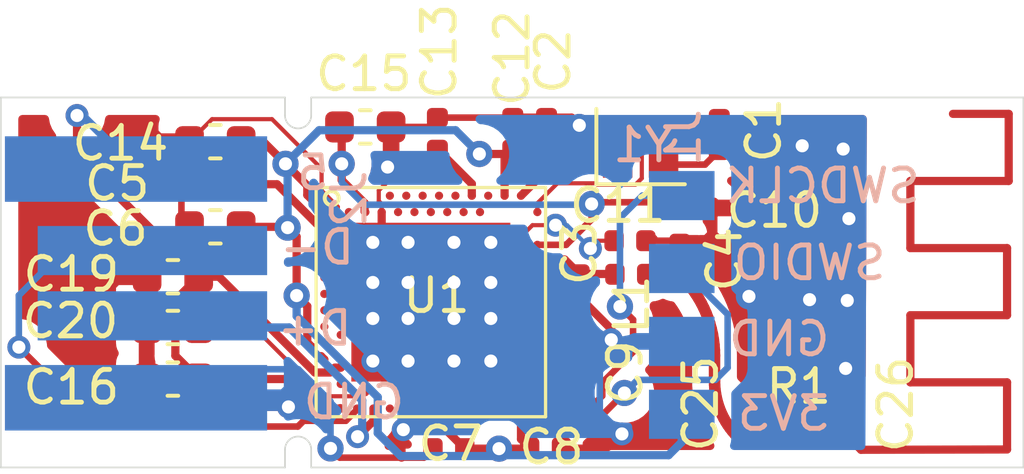
<source format=kicad_pcb>
(kicad_pcb (version 20171130) (host pcbnew "(5.1.6)-1")

  (general
    (thickness 1.6)
    (drawings 34)
    (tracks 335)
    (zones 0)
    (modules 26)
    (nets 69)
  )

  (page A4)
  (layers
    (0 F.Cu signal)
    (31 B.Cu signal)
    (32 B.Adhes user)
    (33 F.Adhes user)
    (34 B.Paste user)
    (35 F.Paste user)
    (36 B.SilkS user)
    (37 F.SilkS user)
    (38 B.Mask user)
    (39 F.Mask user)
    (40 Dwgs.User user)
    (41 Cmts.User user)
    (42 Eco1.User user)
    (43 Eco2.User user)
    (44 Edge.Cuts user)
    (45 Margin user)
    (46 B.CrtYd user hide)
    (47 F.CrtYd user hide)
    (48 B.Fab user hide)
    (49 F.Fab user hide)
  )

  (setup
    (last_trace_width 0.25)
    (user_trace_width 0.127)
    (user_trace_width 0.2)
    (user_trace_width 0.35)
    (user_trace_width 0.5)
    (user_trace_width 0.6)
    (user_trace_width 0.8)
    (user_trace_width 1)
    (user_trace_width 1.5)
    (user_trace_width 2)
    (trace_clearance 0.15)
    (zone_clearance 0.508)
    (zone_45_only no)
    (trace_min 0.127)
    (via_size 0.8)
    (via_drill 0.4)
    (via_min_size 0.4)
    (via_min_drill 0.3)
    (user_via 0.7 0.4)
    (user_via 0.8 0.5)
    (user_via 0.9 0.6)
    (user_via 1 0.7)
    (uvia_size 0.3)
    (uvia_drill 0.1)
    (uvias_allowed no)
    (uvia_min_size 0.2)
    (uvia_min_drill 0.1)
    (edge_width 0.05)
    (segment_width 0.2)
    (pcb_text_width 0.3)
    (pcb_text_size 1.5 1.5)
    (mod_edge_width 0.12)
    (mod_text_size 1 1)
    (mod_text_width 0.15)
    (pad_size 1.524 1.524)
    (pad_drill 0.762)
    (pad_to_mask_clearance 0.05)
    (aux_axis_origin 0 0)
    (grid_origin 90.03 132)
    (visible_elements 7FFFFFFF)
    (pcbplotparams
      (layerselection 0x010fc_ffffffff)
      (usegerberextensions true)
      (usegerberattributes true)
      (usegerberadvancedattributes true)
      (creategerberjobfile false)
      (excludeedgelayer true)
      (linewidth 0.100000)
      (plotframeref false)
      (viasonmask false)
      (mode 1)
      (useauxorigin false)
      (hpglpennumber 1)
      (hpglpenspeed 20)
      (hpglpendiameter 15.000000)
      (psnegative false)
      (psa4output false)
      (plotreference true)
      (plotvalue true)
      (plotinvisibletext false)
      (padsonsilk false)
      (subtractmaskfromsilk true)
      (outputformat 1)
      (mirror false)
      (drillshape 0)
      (scaleselection 1)
      (outputdirectory "gerber/"))
  )

  (net 0 "")
  (net 1 "Net-(AE1-Pad1)")
  (net 2 "Net-(C1-Pad2)")
  (net 3 GND)
  (net 4 "Net-(C2-Pad2)")
  (net 5 "Net-(C3-Pad2)")
  (net 6 "Net-(C5-Pad1)")
  (net 7 +3V3)
  (net 8 "Net-(C9-Pad1)")
  (net 9 "Net-(C10-Pad2)")
  (net 10 "Net-(C11-Pad2)")
  (net 11 "Net-(C13-Pad2)")
  (net 12 +5V)
  (net 13 "Net-(C20-Pad1)")
  (net 14 SWDIO)
  (net 15 SWDCLK)
  (net 16 "Net-(U1-PadW24)")
  (net 17 "Net-(U1-PadU24)")
  (net 18 "Net-(U1-PadR24)")
  (net 19 "Net-(U1-PadL24)")
  (net 20 "Net-(U1-PadJ24)")
  (net 21 "Net-(U1-PadY23)")
  (net 22 "Net-(U1-PadV23)")
  (net 23 "Net-(U1-PadT23)")
  (net 24 "Net-(U1-PadP23)")
  (net 25 "Net-(U1-PadA20)")
  (net 26 "Net-(U1-PadA16)")
  (net 27 "Net-(U1-PadA14)")
  (net 28 "Net-(U1-PadA12)")
  (net 29 "Net-(U1-PadA10)")
  (net 30 "Net-(U1-PadB19)")
  (net 31 "Net-(U1-PadB17)")
  (net 32 "Net-(U1-PadB15)")
  (net 33 "Net-(U1-PadB13)")
  (net 34 "Net-(U1-PadB11)")
  (net 35 "Net-(U1-PadB9)")
  (net 36 "Net-(U1-PadAC9)")
  (net 37 "Net-(U1-PadAC11)")
  (net 38 "Net-(U1-PadAD22)")
  (net 39 "Net-(U1-PadAD20)")
  (net 40 "Net-(U1-PadAD18)")
  (net 41 "Net-(U1-PadAD16)")
  (net 42 "Net-(U1-PadAD12)")
  (net 43 "Net-(U1-PadAD10)")
  (net 44 "Net-(U1-PadAD8)")
  (net 45 D+)
  (net 46 D-)
  (net 47 "Net-(U1-PadD2)")
  (net 48 "Net-(U1-PadF2)")
  (net 49 "Net-(U1-PadH2)")
  (net 50 "Net-(U1-PadK2)")
  (net 51 "Net-(U1-PadM2)")
  (net 52 "Net-(U1-PadP2)")
  (net 53 "Net-(U1-PadT2)")
  (net 54 "Net-(U1-PadG1)")
  (net 55 "Net-(U1-PadJ1)")
  (net 56 "Net-(U1-PadL1)")
  (net 57 "Net-(U1-PadN1)")
  (net 58 "Net-(U1-PadR1)")
  (net 59 "Net-(U1-PadU1)")
  (net 60 "Net-(U1-PadA8)")
  (net 61 "Net-(U1-PadAC13)")
  (net 62 "Net-(U1-PadAC15)")
  (net 63 "Net-(U1-PadAC17)")
  (net 64 "Net-(U1-PadAC19)")
  (net 65 "Net-(U1-PadAB2)")
  (net 66 "Net-(U1-PadAC21)")
  (net 67 "Net-(U1-PadB3)")
  (net 68 "Net-(C25-Pad1)")

  (net_class Default "This is the default net class."
    (clearance 0.15)
    (trace_width 0.25)
    (via_dia 0.8)
    (via_drill 0.4)
    (uvia_dia 0.3)
    (uvia_drill 0.1)
    (add_net +3V3)
    (add_net +5V)
    (add_net D+)
    (add_net D-)
    (add_net GND)
    (add_net "Net-(AE1-Pad1)")
    (add_net "Net-(C1-Pad2)")
    (add_net "Net-(C10-Pad2)")
    (add_net "Net-(C11-Pad2)")
    (add_net "Net-(C13-Pad2)")
    (add_net "Net-(C2-Pad2)")
    (add_net "Net-(C20-Pad1)")
    (add_net "Net-(C25-Pad1)")
    (add_net "Net-(C3-Pad2)")
    (add_net "Net-(C5-Pad1)")
    (add_net "Net-(C9-Pad1)")
    (add_net "Net-(U1-PadA10)")
    (add_net "Net-(U1-PadA12)")
    (add_net "Net-(U1-PadA14)")
    (add_net "Net-(U1-PadA16)")
    (add_net "Net-(U1-PadA20)")
    (add_net "Net-(U1-PadA8)")
    (add_net "Net-(U1-PadAB2)")
    (add_net "Net-(U1-PadAC11)")
    (add_net "Net-(U1-PadAC13)")
    (add_net "Net-(U1-PadAC15)")
    (add_net "Net-(U1-PadAC17)")
    (add_net "Net-(U1-PadAC19)")
    (add_net "Net-(U1-PadAC21)")
    (add_net "Net-(U1-PadAC9)")
    (add_net "Net-(U1-PadAD10)")
    (add_net "Net-(U1-PadAD12)")
    (add_net "Net-(U1-PadAD16)")
    (add_net "Net-(U1-PadAD18)")
    (add_net "Net-(U1-PadAD20)")
    (add_net "Net-(U1-PadAD22)")
    (add_net "Net-(U1-PadAD8)")
    (add_net "Net-(U1-PadB11)")
    (add_net "Net-(U1-PadB13)")
    (add_net "Net-(U1-PadB15)")
    (add_net "Net-(U1-PadB17)")
    (add_net "Net-(U1-PadB19)")
    (add_net "Net-(U1-PadB3)")
    (add_net "Net-(U1-PadB9)")
    (add_net "Net-(U1-PadD2)")
    (add_net "Net-(U1-PadF2)")
    (add_net "Net-(U1-PadG1)")
    (add_net "Net-(U1-PadH2)")
    (add_net "Net-(U1-PadJ1)")
    (add_net "Net-(U1-PadJ24)")
    (add_net "Net-(U1-PadK2)")
    (add_net "Net-(U1-PadL1)")
    (add_net "Net-(U1-PadL24)")
    (add_net "Net-(U1-PadM2)")
    (add_net "Net-(U1-PadN1)")
    (add_net "Net-(U1-PadP2)")
    (add_net "Net-(U1-PadP23)")
    (add_net "Net-(U1-PadR1)")
    (add_net "Net-(U1-PadR24)")
    (add_net "Net-(U1-PadT2)")
    (add_net "Net-(U1-PadT23)")
    (add_net "Net-(U1-PadU1)")
    (add_net "Net-(U1-PadU24)")
    (add_net "Net-(U1-PadV23)")
    (add_net "Net-(U1-PadW24)")
    (add_net "Net-(U1-PadY23)")
    (add_net SWDCLK)
    (add_net SWDIO)
  )

  (module Package_DFN_QFN:Nordic_AQFN-73-1EP_7x7mm_P0.5mm (layer F.Cu) (tedit 5F2D8DBA) (tstamp 5F1F6656)
    (at 103.15 126.95)
    (descr http://infocenter.nordicsemi.com/index.jsp?topic=%2Fcom.nordic.infocenter.nrf52%2Fdita%2Fnrf52%2Fchips%2Fnrf52840.html)
    (tags "AQFN 7mm ")
    (path /5F1F0A1E)
    (attr smd)
    (fp_text reference U1 (at 0.175 -0.2) (layer F.SilkS)
      (effects (font (size 1 1) (thickness 0.15)))
    )
    (fp_text value nRF52840 (at 0.03 5.72) (layer F.Fab)
      (effects (font (size 1 1) (thickness 0.15)))
    )
    (fp_circle (center -3.025 -3.175) (end -3.225 -3.25) (layer F.SilkS) (width 0.12))
    (fp_line (start 3.81 -3.81) (end 3.81 3.81) (layer F.CrtYd) (width 0.05))
    (fp_line (start 3.81 3.81) (end -3.81 3.81) (layer F.CrtYd) (width 0.05))
    (fp_line (start -3.81 3.81) (end -3.81 -3.81) (layer F.CrtYd) (width 0.05))
    (fp_line (start -3.81 -3.81) (end 3.81 -3.81) (layer F.CrtYd) (width 0.05))
    (fp_line (start 3.5 -3.5) (end 3.5 3.5) (layer F.SilkS) (width 0.1))
    (fp_line (start -3.5 3.5) (end 3.5 3.5) (layer F.SilkS) (width 0.1))
    (fp_line (start -3.5 -3.5) (end -3.5 3.5) (layer F.SilkS) (width 0.1))
    (fp_line (start -3.5 -3.5) (end 3.5 -3.5) (layer F.SilkS) (width 0.1))
    (fp_text user %R (at 0 0) (layer F.Fab)
      (effects (font (size 1 1) (thickness 0.15)))
    )
    (pad AC24 smd circle (at 3.25 2.75 180) (size 0.25 0.25) (layers F.Cu F.Paste F.Mask)
      (net 14 SWDIO))
    (pad AA24 smd circle (at 3.25 2.25 180) (size 0.25 0.25) (layers F.Cu F.Paste F.Mask)
      (net 15 SWDCLK))
    (pad W24 smd circle (at 3.25 1.75 180) (size 0.25 0.25) (layers F.Cu F.Paste F.Mask)
      (net 16 "Net-(U1-PadW24)"))
    (pad U24 smd circle (at 3.25 1.25 180) (size 0.25 0.25) (layers F.Cu F.Paste F.Mask)
      (net 17 "Net-(U1-PadU24)"))
    (pad R24 smd circle (at 3.25 0.75 180) (size 0.25 0.25) (layers F.Cu F.Paste F.Mask)
      (net 18 "Net-(U1-PadR24)"))
    (pad N24 smd circle (at 3.25 0.25 180) (size 0.25 0.25) (layers F.Cu F.Paste F.Mask)
      (net 8 "Net-(C9-Pad1)"))
    (pad L24 smd circle (at 3.25 -0.25 180) (size 0.25 0.25) (layers F.Cu F.Paste F.Mask)
      (net 19 "Net-(U1-PadL24)"))
    (pad J24 smd circle (at 3.25 -0.75 180) (size 0.25 0.25) (layers F.Cu F.Paste F.Mask)
      (net 20 "Net-(U1-PadJ24)"))
    (pad E24 smd circle (at 3.25 -1.75 180) (size 0.25 0.25) (layers F.Cu F.Paste F.Mask)
      (net 9 "Net-(C10-Pad2)"))
    (pad Y23 smd circle (at 2.75 2 180) (size 0.25 0.25) (layers F.Cu F.Paste F.Mask)
      (net 21 "Net-(U1-PadY23)"))
    (pad V23 smd circle (at 2.75 1.5 180) (size 0.25 0.25) (layers F.Cu F.Paste F.Mask)
      (net 22 "Net-(U1-PadV23)"))
    (pad T23 smd circle (at 2.75 1 180) (size 0.25 0.25) (layers F.Cu F.Paste F.Mask)
      (net 23 "Net-(U1-PadT23)"))
    (pad P23 smd circle (at 2.75 0.5 180) (size 0.25 0.25) (layers F.Cu F.Paste F.Mask)
      (net 24 "Net-(U1-PadP23)"))
    (pad H23 smd circle (at 2.75 -1 180) (size 0.25 0.25) (layers F.Cu F.Paste F.Mask)
      (net 5 "Net-(C3-Pad2)"))
    (pad F23 smd circle (at 2.75 -1.5 180) (size 0.25 0.25) (layers F.Cu F.Paste F.Mask)
      (net 3 GND))
    (pad A23 smd circle (at 2.75 -3.25 180) (size 0.25 0.25) (layers F.Cu F.Paste F.Mask)
      (net 4 "Net-(C2-Pad2)"))
    (pad A22 smd circle (at 2.25 -3.25 180) (size 0.25 0.25) (layers F.Cu F.Paste F.Mask)
      (net 7 +3V3))
    (pad A20 smd circle (at 1.75 -3.25 180) (size 0.25 0.25) (layers F.Cu F.Paste F.Mask)
      (net 25 "Net-(U1-PadA20)"))
    (pad A18 smd circle (at 1.25 -3.25 180) (size 0.25 0.25) (layers F.Cu F.Paste F.Mask)
      (net 11 "Net-(C13-Pad2)"))
    (pad A16 smd circle (at 0.75 -3.25 180) (size 0.25 0.25) (layers F.Cu F.Paste F.Mask)
      (net 26 "Net-(U1-PadA16)"))
    (pad A14 smd circle (at 0.25 -3.25 180) (size 0.25 0.25) (layers F.Cu F.Paste F.Mask)
      (net 27 "Net-(U1-PadA14)"))
    (pad A12 smd circle (at -0.25 -3.25 180) (size 0.25 0.25) (layers F.Cu F.Paste F.Mask)
      (net 28 "Net-(U1-PadA12)"))
    (pad A10 smd circle (at -0.75 -3.25 180) (size 0.25 0.25) (layers F.Cu F.Paste F.Mask)
      (net 29 "Net-(U1-PadA10)"))
    (pad B19 smd circle (at 1.5 -2.75 180) (size 0.25 0.25) (layers F.Cu F.Paste F.Mask)
      (net 30 "Net-(U1-PadB19)"))
    (pad B17 smd circle (at 1 -2.75 180) (size 0.25 0.25) (layers F.Cu F.Paste F.Mask)
      (net 31 "Net-(U1-PadB17)"))
    (pad B15 smd circle (at 0.5 -2.75 180) (size 0.25 0.25) (layers F.Cu F.Paste F.Mask)
      (net 32 "Net-(U1-PadB15)"))
    (pad B13 smd circle (at 0 -2.75 180) (size 0.25 0.25) (layers F.Cu F.Paste F.Mask)
      (net 33 "Net-(U1-PadB13)"))
    (pad B11 smd circle (at -0.5 -2.75 180) (size 0.25 0.25) (layers F.Cu F.Paste F.Mask)
      (net 34 "Net-(U1-PadB11)"))
    (pad B9 smd circle (at -1 -2.75 180) (size 0.25 0.25) (layers F.Cu F.Paste F.Mask)
      (net 35 "Net-(U1-PadB9)"))
    (pad B7 smd circle (at -1.5 -2.75 180) (size 0.25 0.25) (layers F.Cu F.Paste F.Mask)
      (net 3 GND))
    (pad B5 smd circle (at -2 -2.75 180) (size 0.25 0.25) (layers F.Cu F.Paste F.Mask)
      (net 9 "Net-(C10-Pad2)"))
    (pad AC5 smd circle (at -2 2.75 180) (size 0.25 0.25) (layers F.Cu F.Paste F.Mask)
      (net 13 "Net-(C20-Pad1)"))
    (pad AC9 smd circle (at -1 2.75 180) (size 0.25 0.25) (layers F.Cu F.Paste F.Mask)
      (net 36 "Net-(U1-PadAC9)"))
    (pad AC11 smd circle (at -0.5 2.75 180) (size 0.25 0.25) (layers F.Cu F.Paste F.Mask)
      (net 37 "Net-(U1-PadAC11)"))
    (pad AC13 smd circle (at 0 2.75 180) (size 0.25 0.25) (layers F.Cu F.Paste F.Mask)
      (net 61 "Net-(U1-PadAC13)"))
    (pad AC15 smd circle (at 0.5 2.75 180) (size 0.25 0.25) (layers F.Cu F.Paste F.Mask)
      (net 62 "Net-(U1-PadAC15)"))
    (pad AC17 smd circle (at 1 2.75 180) (size 0.25 0.25) (layers F.Cu F.Paste F.Mask)
      (net 63 "Net-(U1-PadAC17)"))
    (pad AC19 smd circle (at 1.5 2.75 180) (size 0.25 0.25) (layers F.Cu F.Paste F.Mask)
      (net 64 "Net-(U1-PadAC19)"))
    (pad AD22 smd circle (at 2.25 3.25 180) (size 0.25 0.25) (layers F.Cu F.Paste F.Mask)
      (net 38 "Net-(U1-PadAD22)"))
    (pad AD20 smd circle (at 1.75 3.25 180) (size 0.25 0.25) (layers F.Cu F.Paste F.Mask)
      (net 39 "Net-(U1-PadAD20)"))
    (pad AD18 smd circle (at 1.25 3.25 180) (size 0.25 0.25) (layers F.Cu F.Paste F.Mask)
      (net 40 "Net-(U1-PadAD18)"))
    (pad AD16 smd circle (at 0.75 3.25 180) (size 0.25 0.25) (layers F.Cu F.Paste F.Mask)
      (net 41 "Net-(U1-PadAD16)"))
    (pad AD14 smd circle (at 0.25 3.25 180) (size 0.25 0.25) (layers F.Cu F.Paste F.Mask)
      (net 7 +3V3))
    (pad AD12 smd circle (at -0.25 3.25 180) (size 0.25 0.25) (layers F.Cu F.Paste F.Mask)
      (net 42 "Net-(U1-PadAD12)"))
    (pad AD10 smd circle (at -0.75 3.25 180) (size 0.25 0.25) (layers F.Cu F.Paste F.Mask)
      (net 43 "Net-(U1-PadAD10)"))
    (pad AD8 smd circle (at -1.25 3.25 180) (size 0.25 0.25) (layers F.Cu F.Paste F.Mask)
      (net 44 "Net-(U1-PadAD8)"))
    (pad AD6 smd circle (at -1.75 3.25 180) (size 0.25 0.25) (layers F.Cu F.Paste F.Mask)
      (net 45 D+))
    (pad AD4 smd circle (at -2.25 3.25 180) (size 0.25 0.25) (layers F.Cu F.Paste F.Mask)
      (net 46 D-))
    (pad B1 smd circle (at -3.25 -2.75 180) (size 0.25 0.25) (layers F.Cu F.Paste F.Mask)
      (net 7 +3V3))
    (pad D2 smd circle (at -2.75 -2 180) (size 0.25 0.25) (layers F.Cu F.Paste F.Mask)
      (net 47 "Net-(U1-PadD2)"))
    (pad C1 smd circle (at -3.25 -2.25 180) (size 0.25 0.25) (layers F.Cu F.Paste F.Mask)
      (net 6 "Net-(C5-Pad1)"))
    (pad F2 smd circle (at -2.75 -1.5 180) (size 0.25 0.25) (layers F.Cu F.Paste F.Mask)
      (net 48 "Net-(U1-PadF2)"))
    (pad H2 smd circle (at -2.75 -1 180) (size 0.25 0.25) (layers F.Cu F.Paste F.Mask)
      (net 49 "Net-(U1-PadH2)"))
    (pad K2 smd circle (at -2.75 -0.5 180) (size 0.25 0.25) (layers F.Cu F.Paste F.Mask)
      (net 50 "Net-(U1-PadK2)"))
    (pad M2 smd circle (at -2.75 0 180) (size 0.25 0.25) (layers F.Cu F.Paste F.Mask)
      (net 51 "Net-(U1-PadM2)"))
    (pad P2 smd circle (at -2.75 0.5 180) (size 0.25 0.25) (layers F.Cu F.Paste F.Mask)
      (net 52 "Net-(U1-PadP2)"))
    (pad T2 smd circle (at -2.75 1 180) (size 0.25 0.25) (layers F.Cu F.Paste F.Mask)
      (net 53 "Net-(U1-PadT2)"))
    (pad G1 smd circle (at -3.25 -1.25 180) (size 0.25 0.25) (layers F.Cu F.Paste F.Mask)
      (net 54 "Net-(U1-PadG1)"))
    (pad J1 smd circle (at -3.25 -0.75 180) (size 0.25 0.25) (layers F.Cu F.Paste F.Mask)
      (net 55 "Net-(U1-PadJ1)"))
    (pad L1 smd circle (at -3.25 -0.25 180) (size 0.25 0.25) (layers F.Cu F.Paste F.Mask)
      (net 56 "Net-(U1-PadL1)"))
    (pad N1 smd circle (at -3.25 0.25 180) (size 0.25 0.25) (layers F.Cu F.Paste F.Mask)
      (net 57 "Net-(U1-PadN1)"))
    (pad R1 smd circle (at -3.25 0.75 180) (size 0.25 0.25) (layers F.Cu F.Paste F.Mask)
      (net 58 "Net-(U1-PadR1)"))
    (pad U1 smd circle (at -3.25 1.25 180) (size 0.25 0.25) (layers F.Cu F.Paste F.Mask)
      (net 59 "Net-(U1-PadU1)"))
    (pad W1 smd circle (at -3.25 1.75 180) (size 0.25 0.25) (layers F.Cu F.Paste F.Mask)
      (net 7 +3V3))
    (pad Y2 smd circle (at -2.75 2 180) (size 0.25 0.25) (layers F.Cu F.Paste F.Mask)
      (net 12 +5V))
    (pad AB2 smd circle (at -2.75 2.5 180) (size 0.25 0.25) (layers F.Cu F.Paste F.Mask)
      (net 65 "Net-(U1-PadAB2)"))
    (pad AD2 smd circle (at -2.75 3.25 180) (size 0.25 0.25) (layers F.Cu F.Paste F.Mask)
      (net 12 +5V))
    (pad AD23 smd circle (at 2.75 3.25 180) (size 0.25 0.25) (layers F.Cu F.Paste F.Mask)
      (net 7 +3V3))
    (pad AC21 smd circle (at 2 2.75 180) (size 0.25 0.25) (layers F.Cu F.Paste F.Mask)
      (net 66 "Net-(U1-PadAC21)"))
    (pad B3 smd circle (at -2.5 -2.75 180) (size 0.25 0.25) (layers F.Cu F.Paste F.Mask)
      (net 67 "Net-(U1-PadB3)"))
    (pad A8 smd circle (at -1.25 -3.25 180) (size 0.25 0.25) (layers F.Cu F.Paste F.Mask)
      (net 60 "Net-(U1-PadA8)"))
    (pad D23 smd circle (at 2.75 -2 180) (size 0.25 0.25) (layers F.Cu F.Paste F.Mask)
      (net 10 "Net-(C11-Pad2)"))
    (pad B24 smd circle (at 3.25 -2.75 180) (size 0.25 0.25) (layers F.Cu F.Paste F.Mask)
      (net 2 "Net-(C1-Pad2)"))
    (pad EP smd rect (at 0 0 180) (size 4.85 4.85) (layers F.Cu F.Mask)
      (net 3 GND))
    (pad "" smd rect (at -1.2125 -1.2125 180) (size 2 2) (layers F.Paste))
    (pad "" smd rect (at 1.2125 -1.2125 180) (size 2 2) (layers F.Paste))
    (pad "" smd rect (at -1.2125 1.2125 180) (size 2 2) (layers F.Paste))
    (pad "" smd rect (at 1.2125 1.2125 180) (size 2 2) (layers F.Paste))
    (model ${KISYS3DMOD}/Package_DFN_QFN.3dshapes/Nordic_AQFN-73-1EP_7x7mm_P0.5mm.wrl
      (at (xyz 0 0 0))
      (scale (xyz 1 1 1))
      (rotate (xyz 0 0 0))
    )
  )

  (module zhangxiaofei:SWD (layer B.Cu) (tedit 5F22CAF0) (tstamp 5F234A16)
    (at 110.7923 126.630234 270)
    (path /5F2658AB)
    (fp_text reference J1 (at -4.705234 -0.0627 270) (layer B.SilkS)
      (effects (font (size 1 1) (thickness 0.15)) (justify mirror))
    )
    (fp_text value Conn_01x04 (at -2.3876 2.4638 270) (layer B.Fab)
      (effects (font (size 1 1) (thickness 0.15)) (justify mirror))
    )
    (pad 4 smd rect (at 3.7465 -0.0127 270) (size 1.5 2) (layers B.Cu B.Paste B.Mask)
      (net 7 +3V3))
    (pad 3 smd rect (at 1.519766 -0.0127 270) (size 1.5 2) (layers B.Cu B.Paste B.Mask)
      (net 3 GND))
    (pad 2 smd rect (at -0.706967 -0.0127 90) (size 1.5 2) (layers B.Cu B.Paste B.Mask)
      (net 14 SWDIO))
    (pad 1 smd rect (at -2.9337 -0.0127 270) (size 1.5 2) (layers B.Cu B.Paste B.Mask)
      (net 15 SWDCLK))
  )

  (module zhangxiaofei:USB_PCB (layer B.Cu) (tedit 5F21918C) (tstamp 5F22862E)
    (at 94.9344 126.8228 270)
    (path /5F292A35)
    (attr smd)
    (fp_text reference J2 (at -3.0228 -5.7206 270) (layer B.SilkS)
      (effects (font (size 1 1) (thickness 0.15)) (justify mirror))
    )
    (fp_text value USB_A (at 0.31 3.22 270) (layer B.Fab)
      (effects (font (size 1 1) (thickness 0.15)) (justify mirror))
    )
    (pad 4 connect rect (at 3.048 0.7794 270) (size 2 8) (layers B.Cu B.Mask)
      (net 3 GND))
    (pad 3 connect rect (at 0.5461 0.2794 270) (size 1.5 7) (layers B.Cu B.Mask)
      (net 45 D+))
    (pad 2 connect rect (at -1.4478 0.2794 270) (size 1.5 7) (layers B.Cu B.Mask)
      (net 46 D-))
    (pad 1 connect rect (at -3.937 0.7794 270) (size 2 8) (layers B.Cu B.Mask)
      (net 12 +5V))
  )

  (module Capacitor_SMD:C_0603_1608Metric (layer F.Cu) (tedit 5B301BBE) (tstamp 5F21C0EB)
    (at 95.28 129.3 180)
    (descr "Capacitor SMD 0603 (1608 Metric), square (rectangular) end terminal, IPC_7351 nominal, (Body size source: http://www.tortai-tech.com/upload/download/2011102023233369053.pdf), generated with kicad-footprint-generator")
    (tags capacitor)
    (path /5F21B072)
    (attr smd)
    (fp_text reference C16 (at 3.1 -0.25) (layer F.SilkS)
      (effects (font (size 1 1) (thickness 0.15)))
    )
    (fp_text value 4.7uF (at 0 1.43) (layer F.Fab)
      (effects (font (size 1 1) (thickness 0.15)))
    )
    (fp_line (start 1.48 0.73) (end -1.48 0.73) (layer F.CrtYd) (width 0.05))
    (fp_line (start 1.48 -0.73) (end 1.48 0.73) (layer F.CrtYd) (width 0.05))
    (fp_line (start -1.48 -0.73) (end 1.48 -0.73) (layer F.CrtYd) (width 0.05))
    (fp_line (start -1.48 0.73) (end -1.48 -0.73) (layer F.CrtYd) (width 0.05))
    (fp_line (start -0.162779 0.51) (end 0.162779 0.51) (layer F.SilkS) (width 0.12))
    (fp_line (start -0.162779 -0.51) (end 0.162779 -0.51) (layer F.SilkS) (width 0.12))
    (fp_line (start 0.8 0.4) (end -0.8 0.4) (layer F.Fab) (width 0.1))
    (fp_line (start 0.8 -0.4) (end 0.8 0.4) (layer F.Fab) (width 0.1))
    (fp_line (start -0.8 -0.4) (end 0.8 -0.4) (layer F.Fab) (width 0.1))
    (fp_line (start -0.8 0.4) (end -0.8 -0.4) (layer F.Fab) (width 0.1))
    (fp_text user %R (at 0 0) (layer F.Fab)
      (effects (font (size 0.4 0.4) (thickness 0.06)))
    )
    (pad 2 smd roundrect (at 0.7875 0 180) (size 0.875 0.95) (layers F.Cu F.Paste F.Mask) (roundrect_rratio 0.25)
      (net 3 GND))
    (pad 1 smd roundrect (at -0.7875 0 180) (size 0.875 0.95) (layers F.Cu F.Paste F.Mask) (roundrect_rratio 0.25)
      (net 12 +5V))
    (model ${KISYS3DMOD}/Capacitor_SMD.3dshapes/C_0603_1608Metric.wrl
      (at (xyz 0 0 0))
      (scale (xyz 1 1 1))
      (rotate (xyz 0 0 0))
    )
  )

  (module Capacitor_SMD:C_0402_1005Metric (layer F.Cu) (tedit 5B301BBE) (tstamp 5F23AA41)
    (at 109.225 125.075 180)
    (descr "Capacitor SMD 0402 (1005 Metric), square (rectangular) end terminal, IPC_7351 nominal, (Body size source: http://www.tortai-tech.com/upload/download/2011102023233369053.pdf), generated with kicad-footprint-generator")
    (tags capacitor)
    (path /5F221A52)
    (attr smd)
    (fp_text reference C11 (at 0.37 1.075) (layer F.SilkS)
      (effects (font (size 1 1) (thickness 0.15)))
    )
    (fp_text value 100pF (at 0 1.17) (layer F.Fab)
      (effects (font (size 1 1) (thickness 0.15)))
    )
    (fp_line (start -0.5 0.25) (end -0.5 -0.25) (layer F.Fab) (width 0.1))
    (fp_line (start -0.5 -0.25) (end 0.5 -0.25) (layer F.Fab) (width 0.1))
    (fp_line (start 0.5 -0.25) (end 0.5 0.25) (layer F.Fab) (width 0.1))
    (fp_line (start 0.5 0.25) (end -0.5 0.25) (layer F.Fab) (width 0.1))
    (fp_line (start -0.93 0.47) (end -0.93 -0.47) (layer F.CrtYd) (width 0.05))
    (fp_line (start -0.93 -0.47) (end 0.93 -0.47) (layer F.CrtYd) (width 0.05))
    (fp_line (start 0.93 -0.47) (end 0.93 0.47) (layer F.CrtYd) (width 0.05))
    (fp_line (start 0.93 0.47) (end -0.93 0.47) (layer F.CrtYd) (width 0.05))
    (fp_text user %R (at 0 0) (layer F.Fab)
      (effects (font (size 0.25 0.25) (thickness 0.04)))
    )
    (pad 2 smd roundrect (at 0.485 0 180) (size 0.59 0.64) (layers F.Cu F.Paste F.Mask) (roundrect_rratio 0.25)
      (net 10 "Net-(C11-Pad2)"))
    (pad 1 smd roundrect (at -0.485 0 180) (size 0.59 0.64) (layers F.Cu F.Paste F.Mask) (roundrect_rratio 0.25)
      (net 3 GND))
    (model ${KISYS3DMOD}/Capacitor_SMD.3dshapes/C_0402_1005Metric.wrl
      (at (xyz 0 0 0))
      (scale (xyz 1 1 1))
      (rotate (xyz 0 0 0))
    )
  )

  (module Crystal:Crystal_SMD_2016-4Pin_2.0x1.6mm (layer F.Cu) (tedit 5A0FD1B2) (tstamp 5F20914B)
    (at 109.55 122.2)
    (descr "SMD Crystal SERIES SMD2016/4 http://www.q-crystal.com/upload/5/2015552223166229.pdf, 2.0x1.6mm^2 package")
    (tags "SMD SMT crystal")
    (path /5F205CFF)
    (attr smd)
    (fp_text reference Y1 (at 0.08 -0.05) (layer B.SilkS)
      (effects (font (size 1 1) (thickness 0.15)) (justify mirror))
    )
    (fp_text value 32M (at 0 2) (layer F.Fab)
      (effects (font (size 1 1) (thickness 0.15)))
    )
    (fp_line (start 1.4 -1.3) (end -1.4 -1.3) (layer F.CrtYd) (width 0.05))
    (fp_line (start 1.4 1.3) (end 1.4 -1.3) (layer F.CrtYd) (width 0.05))
    (fp_line (start -1.4 1.3) (end 1.4 1.3) (layer F.CrtYd) (width 0.05))
    (fp_line (start -1.4 -1.3) (end -1.4 1.3) (layer F.CrtYd) (width 0.05))
    (fp_line (start -1.35 1.15) (end 1.35 1.15) (layer F.SilkS) (width 0.12))
    (fp_line (start -1.35 -1.15) (end -1.35 1.15) (layer F.SilkS) (width 0.12))
    (fp_line (start -1 0.3) (end -0.5 0.8) (layer F.Fab) (width 0.1))
    (fp_line (start -1 -0.7) (end -0.9 -0.8) (layer F.Fab) (width 0.1))
    (fp_line (start -1 0.7) (end -1 -0.7) (layer F.Fab) (width 0.1))
    (fp_line (start -0.9 0.8) (end -1 0.7) (layer F.Fab) (width 0.1))
    (fp_line (start 0.9 0.8) (end -0.9 0.8) (layer F.Fab) (width 0.1))
    (fp_line (start 1 0.7) (end 0.9 0.8) (layer F.Fab) (width 0.1))
    (fp_line (start 1 -0.7) (end 1 0.7) (layer F.Fab) (width 0.1))
    (fp_line (start 0.9 -0.8) (end 1 -0.7) (layer F.Fab) (width 0.1))
    (fp_line (start -0.9 -0.8) (end 0.9 -0.8) (layer F.Fab) (width 0.1))
    (fp_text user %R (at 0 0) (layer F.Fab)
      (effects (font (size 0.5 0.5) (thickness 0.075)))
    )
    (pad 4 smd rect (at -0.7 -0.55) (size 0.9 0.8) (layers F.Cu F.Paste F.Mask)
      (net 3 GND))
    (pad 3 smd rect (at 0.7 -0.55) (size 0.9 0.8) (layers F.Cu F.Paste F.Mask)
      (net 2 "Net-(C1-Pad2)"))
    (pad 2 smd rect (at 0.7 0.55) (size 0.9 0.8) (layers F.Cu F.Paste F.Mask)
      (net 3 GND))
    (pad 1 smd rect (at -0.7 0.55) (size 0.9 0.8) (layers F.Cu F.Paste F.Mask)
      (net 4 "Net-(C2-Pad2)"))
    (model ${KISYS3DMOD}/Crystal.3dshapes/Crystal_SMD_2016-4Pin_2.0x1.6mm.wrl
      (at (xyz 0 0 0))
      (scale (xyz 1 1 1))
      (rotate (xyz 0 0 0))
    )
  )

  (module Capacitor_SMD:C_0402_1005Metric (layer F.Cu) (tedit 5B301BBE) (tstamp 5F1F65F3)
    (at 114.425 131.085 180)
    (descr "Capacitor SMD 0402 (1005 Metric), square (rectangular) end terminal, IPC_7351 nominal, (Body size source: http://www.tortai-tech.com/upload/download/2011102023233369053.pdf), generated with kicad-footprint-generator")
    (tags capacitor)
    (path /5F20BE15)
    (attr smd)
    (fp_text reference R1 (at 0.05 1.56) (layer F.SilkS)
      (effects (font (size 1 1) (thickness 0.15)))
    )
    (fp_text value 0R (at 0 1.17) (layer F.Fab)
      (effects (font (size 1 1) (thickness 0.15)))
    )
    (fp_line (start -0.5 0.25) (end -0.5 -0.25) (layer F.Fab) (width 0.1))
    (fp_line (start -0.5 -0.25) (end 0.5 -0.25) (layer F.Fab) (width 0.1))
    (fp_line (start 0.5 -0.25) (end 0.5 0.25) (layer F.Fab) (width 0.1))
    (fp_line (start 0.5 0.25) (end -0.5 0.25) (layer F.Fab) (width 0.1))
    (fp_line (start -0.93 0.47) (end -0.93 -0.47) (layer F.CrtYd) (width 0.05))
    (fp_line (start -0.93 -0.47) (end 0.93 -0.47) (layer F.CrtYd) (width 0.05))
    (fp_line (start 0.93 -0.47) (end 0.93 0.47) (layer F.CrtYd) (width 0.05))
    (fp_line (start 0.93 0.47) (end -0.93 0.47) (layer F.CrtYd) (width 0.05))
    (fp_text user %R (at 0 0) (layer F.Fab)
      (effects (font (size 0.25 0.25) (thickness 0.04)))
    )
    (pad 2 smd roundrect (at 0.485 0 180) (size 0.59 0.64) (layers F.Cu F.Paste F.Mask) (roundrect_rratio 0.25)
      (net 68 "Net-(C25-Pad1)"))
    (pad 1 smd roundrect (at -0.485 0 180) (size 0.59 0.64) (layers F.Cu F.Paste F.Mask) (roundrect_rratio 0.25)
      (net 1 "Net-(AE1-Pad1)"))
    (model ${KISYS3DMOD}/Capacitor_SMD.3dshapes/C_0402_1005Metric.wrl
      (at (xyz 0 0 0))
      (scale (xyz 1 1 1))
      (rotate (xyz 0 0 0))
    )
  )

  (module Inductor_SMD:L_0402_1005Metric (layer F.Cu) (tedit 5B301BBE) (tstamp 5F1F65A4)
    (at 109.25 126.1 180)
    (descr "Inductor SMD 0402 (1005 Metric), square (rectangular) end terminal, IPC_7351 nominal, (Body size source: http://www.tortai-tech.com/upload/download/2011102023233369053.pdf), generated with kicad-footprint-generator")
    (tags inductor)
    (path /5F20AC22)
    (attr smd)
    (fp_text reference L1 (at -0.03 -0.925 90) (layer F.SilkS)
      (effects (font (size 1 1) (thickness 0.15)))
    )
    (fp_text value 3.9nH (at 0 1.17 180) (layer F.Fab)
      (effects (font (size 1 1) (thickness 0.15)))
    )
    (fp_line (start -0.5 0.25) (end -0.5 -0.25) (layer F.Fab) (width 0.1))
    (fp_line (start -0.5 -0.25) (end 0.5 -0.25) (layer F.Fab) (width 0.1))
    (fp_line (start 0.5 -0.25) (end 0.5 0.25) (layer F.Fab) (width 0.1))
    (fp_line (start 0.5 0.25) (end -0.5 0.25) (layer F.Fab) (width 0.1))
    (fp_line (start -0.93 0.47) (end -0.93 -0.47) (layer F.CrtYd) (width 0.05))
    (fp_line (start -0.93 -0.47) (end 0.93 -0.47) (layer F.CrtYd) (width 0.05))
    (fp_line (start 0.93 -0.47) (end 0.93 0.47) (layer F.CrtYd) (width 0.05))
    (fp_line (start 0.93 0.47) (end -0.93 0.47) (layer F.CrtYd) (width 0.05))
    (fp_text user %R (at 0 0 180) (layer F.Fab)
      (effects (font (size 0.25 0.25) (thickness 0.04)))
    )
    (pad 2 smd roundrect (at 0.485 0 180) (size 0.59 0.64) (layers F.Cu F.Paste F.Mask) (roundrect_rratio 0.25)
      (net 5 "Net-(C3-Pad2)"))
    (pad 1 smd roundrect (at -0.485 0 180) (size 0.59 0.64) (layers F.Cu F.Paste F.Mask) (roundrect_rratio 0.25)
      (net 68 "Net-(C25-Pad1)"))
    (model ${KISYS3DMOD}/Inductor_SMD.3dshapes/L_0402_1005Metric.wrl
      (at (xyz 0 0 0))
      (scale (xyz 1 1 1))
      (rotate (xyz 0 0 0))
    )
  )

  (module Capacitor_SMD:C_0402_1005Metric (layer F.Cu) (tedit 5B301BBE) (tstamp 5F1F6557)
    (at 112.875 130.625 90)
    (descr "Capacitor SMD 0402 (1005 Metric), square (rectangular) end terminal, IPC_7351 nominal, (Body size source: http://www.tortai-tech.com/upload/download/2011102023233369053.pdf), generated with kicad-footprint-generator")
    (tags capacitor)
    (path /5F20DA14)
    (attr smd)
    (fp_text reference C25 (at 0.575 -1.495 90) (layer F.SilkS)
      (effects (font (size 1 1) (thickness 0.15)))
    )
    (fp_text value NC (at 0 1.17 90) (layer F.Fab)
      (effects (font (size 1 1) (thickness 0.15)))
    )
    (fp_line (start -0.5 0.25) (end -0.5 -0.25) (layer F.Fab) (width 0.1))
    (fp_line (start -0.5 -0.25) (end 0.5 -0.25) (layer F.Fab) (width 0.1))
    (fp_line (start 0.5 -0.25) (end 0.5 0.25) (layer F.Fab) (width 0.1))
    (fp_line (start 0.5 0.25) (end -0.5 0.25) (layer F.Fab) (width 0.1))
    (fp_line (start -0.93 0.47) (end -0.93 -0.47) (layer F.CrtYd) (width 0.05))
    (fp_line (start -0.93 -0.47) (end 0.93 -0.47) (layer F.CrtYd) (width 0.05))
    (fp_line (start 0.93 -0.47) (end 0.93 0.47) (layer F.CrtYd) (width 0.05))
    (fp_line (start 0.93 0.47) (end -0.93 0.47) (layer F.CrtYd) (width 0.05))
    (fp_text user %R (at 0 0 90) (layer F.Fab)
      (effects (font (size 0.25 0.25) (thickness 0.04)))
    )
    (pad 2 smd roundrect (at 0.485 0 90) (size 0.59 0.64) (layers F.Cu F.Paste F.Mask) (roundrect_rratio 0.25)
      (net 3 GND))
    (pad 1 smd roundrect (at -0.485 0 90) (size 0.59 0.64) (layers F.Cu F.Paste F.Mask) (roundrect_rratio 0.25)
      (net 68 "Net-(C25-Pad1)"))
    (model ${KISYS3DMOD}/Capacitor_SMD.3dshapes/C_0402_1005Metric.wrl
      (at (xyz 0 0 0))
      (scale (xyz 1 1 1))
      (rotate (xyz 0 0 0))
    )
  )

  (module Capacitor_SMD:C_0603_1608Metric (layer F.Cu) (tedit 5B301BBE) (tstamp 5F1F6537)
    (at 95.28 127.725 180)
    (descr "Capacitor SMD 0603 (1608 Metric), square (rectangular) end terminal, IPC_7351 nominal, (Body size source: http://www.tortai-tech.com/upload/download/2011102023233369053.pdf), generated with kicad-footprint-generator")
    (tags capacitor)
    (path /5F1FB0B6)
    (attr smd)
    (fp_text reference C20 (at 3.125 0.2) (layer F.SilkS)
      (effects (font (size 1 1) (thickness 0.15)))
    )
    (fp_text value 4.7uF (at 0 1.43) (layer F.Fab)
      (effects (font (size 1 1) (thickness 0.15)))
    )
    (fp_line (start -0.8 0.4) (end -0.8 -0.4) (layer F.Fab) (width 0.1))
    (fp_line (start -0.8 -0.4) (end 0.8 -0.4) (layer F.Fab) (width 0.1))
    (fp_line (start 0.8 -0.4) (end 0.8 0.4) (layer F.Fab) (width 0.1))
    (fp_line (start 0.8 0.4) (end -0.8 0.4) (layer F.Fab) (width 0.1))
    (fp_line (start -0.162779 -0.51) (end 0.162779 -0.51) (layer F.SilkS) (width 0.12))
    (fp_line (start -0.162779 0.51) (end 0.162779 0.51) (layer F.SilkS) (width 0.12))
    (fp_line (start -1.48 0.73) (end -1.48 -0.73) (layer F.CrtYd) (width 0.05))
    (fp_line (start -1.48 -0.73) (end 1.48 -0.73) (layer F.CrtYd) (width 0.05))
    (fp_line (start 1.48 -0.73) (end 1.48 0.73) (layer F.CrtYd) (width 0.05))
    (fp_line (start 1.48 0.73) (end -1.48 0.73) (layer F.CrtYd) (width 0.05))
    (fp_text user %R (at 0 0) (layer F.Fab)
      (effects (font (size 0.4 0.4) (thickness 0.06)))
    )
    (pad 2 smd roundrect (at 0.7875 0 180) (size 0.875 0.95) (layers F.Cu F.Paste F.Mask) (roundrect_rratio 0.25)
      (net 3 GND))
    (pad 1 smd roundrect (at -0.7875 0 180) (size 0.875 0.95) (layers F.Cu F.Paste F.Mask) (roundrect_rratio 0.25)
      (net 13 "Net-(C20-Pad1)"))
    (model ${KISYS3DMOD}/Capacitor_SMD.3dshapes/C_0603_1608Metric.wrl
      (at (xyz 0 0 0))
      (scale (xyz 1 1 1))
      (rotate (xyz 0 0 0))
    )
  )

  (module Capacitor_SMD:C_0603_1608Metric (layer F.Cu) (tedit 5B301BBE) (tstamp 5F1F6526)
    (at 95.28 126.175 180)
    (descr "Capacitor SMD 0603 (1608 Metric), square (rectangular) end terminal, IPC_7351 nominal, (Body size source: http://www.tortai-tech.com/upload/download/2011102023233369053.pdf), generated with kicad-footprint-generator")
    (tags capacitor)
    (path /5F1FD0A2)
    (attr smd)
    (fp_text reference C19 (at 3.1 0.075 180) (layer F.SilkS)
      (effects (font (size 1 1) (thickness 0.15)))
    )
    (fp_text value 4.7uF (at 0 1.43 180) (layer F.Fab)
      (effects (font (size 1 1) (thickness 0.15)))
    )
    (fp_line (start -0.8 0.4) (end -0.8 -0.4) (layer F.Fab) (width 0.1))
    (fp_line (start -0.8 -0.4) (end 0.8 -0.4) (layer F.Fab) (width 0.1))
    (fp_line (start 0.8 -0.4) (end 0.8 0.4) (layer F.Fab) (width 0.1))
    (fp_line (start 0.8 0.4) (end -0.8 0.4) (layer F.Fab) (width 0.1))
    (fp_line (start -0.162779 -0.51) (end 0.162779 -0.51) (layer F.SilkS) (width 0.12))
    (fp_line (start -0.162779 0.51) (end 0.162779 0.51) (layer F.SilkS) (width 0.12))
    (fp_line (start -1.48 0.73) (end -1.48 -0.73) (layer F.CrtYd) (width 0.05))
    (fp_line (start -1.48 -0.73) (end 1.48 -0.73) (layer F.CrtYd) (width 0.05))
    (fp_line (start 1.48 -0.73) (end 1.48 0.73) (layer F.CrtYd) (width 0.05))
    (fp_line (start 1.48 0.73) (end -1.48 0.73) (layer F.CrtYd) (width 0.05))
    (fp_text user %R (at 0 0 180) (layer F.Fab)
      (effects (font (size 0.4 0.4) (thickness 0.06)))
    )
    (pad 2 smd roundrect (at 0.7875 0 180) (size 0.875 0.95) (layers F.Cu F.Paste F.Mask) (roundrect_rratio 0.25)
      (net 3 GND))
    (pad 1 smd roundrect (at -0.7875 0 180) (size 0.875 0.95) (layers F.Cu F.Paste F.Mask) (roundrect_rratio 0.25)
      (net 12 +5V))
    (model ${KISYS3DMOD}/Capacitor_SMD.3dshapes/C_0603_1608Metric.wrl
      (at (xyz 0 0 0))
      (scale (xyz 1 1 1))
      (rotate (xyz 0 0 0))
    )
  )

  (module Capacitor_SMD:C_0402_1005Metric (layer F.Cu) (tedit 5B301BBE) (tstamp 5F1F6515)
    (at 115.925 130.625 90)
    (descr "Capacitor SMD 0402 (1005 Metric), square (rectangular) end terminal, IPC_7351 nominal, (Body size source: http://www.tortai-tech.com/upload/download/2011102023233369053.pdf), generated with kicad-footprint-generator")
    (tags capacitor)
    (path /5F20DFAA)
    (attr smd)
    (fp_text reference C26 (at 0.55 1.405 90) (layer F.SilkS)
      (effects (font (size 1 1) (thickness 0.15)))
    )
    (fp_text value 1.5pF (at 0 1.17 90) (layer F.Fab)
      (effects (font (size 1 1) (thickness 0.15)))
    )
    (fp_line (start -0.5 0.25) (end -0.5 -0.25) (layer F.Fab) (width 0.1))
    (fp_line (start -0.5 -0.25) (end 0.5 -0.25) (layer F.Fab) (width 0.1))
    (fp_line (start 0.5 -0.25) (end 0.5 0.25) (layer F.Fab) (width 0.1))
    (fp_line (start 0.5 0.25) (end -0.5 0.25) (layer F.Fab) (width 0.1))
    (fp_line (start -0.93 0.47) (end -0.93 -0.47) (layer F.CrtYd) (width 0.05))
    (fp_line (start -0.93 -0.47) (end 0.93 -0.47) (layer F.CrtYd) (width 0.05))
    (fp_line (start 0.93 -0.47) (end 0.93 0.47) (layer F.CrtYd) (width 0.05))
    (fp_line (start 0.93 0.47) (end -0.93 0.47) (layer F.CrtYd) (width 0.05))
    (fp_text user %R (at 0 0 90) (layer F.Fab)
      (effects (font (size 0.25 0.25) (thickness 0.04)))
    )
    (pad 2 smd roundrect (at 0.485 0 90) (size 0.59 0.64) (layers F.Cu F.Paste F.Mask) (roundrect_rratio 0.25)
      (net 3 GND))
    (pad 1 smd roundrect (at -0.485 0 90) (size 0.59 0.64) (layers F.Cu F.Paste F.Mask) (roundrect_rratio 0.25)
      (net 1 "Net-(AE1-Pad1)"))
    (model ${KISYS3DMOD}/Capacitor_SMD.3dshapes/C_0402_1005Metric.wrl
      (at (xyz 0 0 0))
      (scale (xyz 1 1 1))
      (rotate (xyz 0 0 0))
    )
  )

  (module Capacitor_SMD:C_0603_1608Metric (layer F.Cu) (tedit 5B301BBE) (tstamp 5F1F64E8)
    (at 101.15 121.6)
    (descr "Capacitor SMD 0603 (1608 Metric), square (rectangular) end terminal, IPC_7351 nominal, (Body size source: http://www.tortai-tech.com/upload/download/2011102023233369053.pdf), generated with kicad-footprint-generator")
    (tags capacitor)
    (path /5F2355D4)
    (attr smd)
    (fp_text reference C15 (at -0.045 -1.625) (layer F.SilkS)
      (effects (font (size 1 1) (thickness 0.15)))
    )
    (fp_text value 1.0uF (at 0 1.43) (layer F.Fab)
      (effects (font (size 1 1) (thickness 0.15)))
    )
    (fp_line (start -0.8 0.4) (end -0.8 -0.4) (layer F.Fab) (width 0.1))
    (fp_line (start -0.8 -0.4) (end 0.8 -0.4) (layer F.Fab) (width 0.1))
    (fp_line (start 0.8 -0.4) (end 0.8 0.4) (layer F.Fab) (width 0.1))
    (fp_line (start 0.8 0.4) (end -0.8 0.4) (layer F.Fab) (width 0.1))
    (fp_line (start -0.162779 -0.51) (end 0.162779 -0.51) (layer F.SilkS) (width 0.12))
    (fp_line (start -0.162779 0.51) (end 0.162779 0.51) (layer F.SilkS) (width 0.12))
    (fp_line (start -1.48 0.73) (end -1.48 -0.73) (layer F.CrtYd) (width 0.05))
    (fp_line (start -1.48 -0.73) (end 1.48 -0.73) (layer F.CrtYd) (width 0.05))
    (fp_line (start 1.48 -0.73) (end 1.48 0.73) (layer F.CrtYd) (width 0.05))
    (fp_line (start 1.48 0.73) (end -1.48 0.73) (layer F.CrtYd) (width 0.05))
    (fp_text user %R (at 0 0) (layer F.Fab)
      (effects (font (size 0.4 0.4) (thickness 0.06)))
    )
    (pad 2 smd roundrect (at 0.7875 0) (size 0.875 0.95) (layers F.Cu F.Paste F.Mask) (roundrect_rratio 0.25)
      (net 3 GND))
    (pad 1 smd roundrect (at -0.7875 0) (size 0.875 0.95) (layers F.Cu F.Paste F.Mask) (roundrect_rratio 0.25)
      (net 9 "Net-(C10-Pad2)"))
    (model ${KISYS3DMOD}/Capacitor_SMD.3dshapes/C_0603_1608Metric.wrl
      (at (xyz 0 0 0))
      (scale (xyz 1 1 1))
      (rotate (xyz 0 0 0))
    )
  )

  (module Capacitor_SMD:C_0603_1608Metric (layer F.Cu) (tedit 5B301BBE) (tstamp 5F1F64D7)
    (at 96.575 122.05 180)
    (descr "Capacitor SMD 0603 (1608 Metric), square (rectangular) end terminal, IPC_7351 nominal, (Body size source: http://www.tortai-tech.com/upload/download/2011102023233369053.pdf), generated with kicad-footprint-generator")
    (tags capacitor)
    (path /5F262EE7)
    (attr smd)
    (fp_text reference C14 (at 2.895 -0.05 180) (layer F.SilkS)
      (effects (font (size 1 1) (thickness 0.15)))
    )
    (fp_text value 1.0uF (at 0 1.43 180) (layer F.Fab)
      (effects (font (size 1 1) (thickness 0.15)))
    )
    (fp_line (start -0.8 0.4) (end -0.8 -0.4) (layer F.Fab) (width 0.1))
    (fp_line (start -0.8 -0.4) (end 0.8 -0.4) (layer F.Fab) (width 0.1))
    (fp_line (start 0.8 -0.4) (end 0.8 0.4) (layer F.Fab) (width 0.1))
    (fp_line (start 0.8 0.4) (end -0.8 0.4) (layer F.Fab) (width 0.1))
    (fp_line (start -0.162779 -0.51) (end 0.162779 -0.51) (layer F.SilkS) (width 0.12))
    (fp_line (start -0.162779 0.51) (end 0.162779 0.51) (layer F.SilkS) (width 0.12))
    (fp_line (start -1.48 0.73) (end -1.48 -0.73) (layer F.CrtYd) (width 0.05))
    (fp_line (start -1.48 -0.73) (end 1.48 -0.73) (layer F.CrtYd) (width 0.05))
    (fp_line (start 1.48 -0.73) (end 1.48 0.73) (layer F.CrtYd) (width 0.05))
    (fp_line (start 1.48 0.73) (end -1.48 0.73) (layer F.CrtYd) (width 0.05))
    (fp_text user %R (at 0 0 180) (layer F.Fab)
      (effects (font (size 0.4 0.4) (thickness 0.06)))
    )
    (pad 2 smd roundrect (at 0.7875 0 180) (size 0.875 0.95) (layers F.Cu F.Paste F.Mask) (roundrect_rratio 0.25)
      (net 3 GND))
    (pad 1 smd roundrect (at -0.7875 0 180) (size 0.875 0.95) (layers F.Cu F.Paste F.Mask) (roundrect_rratio 0.25)
      (net 7 +3V3))
    (model ${KISYS3DMOD}/Capacitor_SMD.3dshapes/C_0603_1608Metric.wrl
      (at (xyz 0 0 0))
      (scale (xyz 1 1 1))
      (rotate (xyz 0 0 0))
    )
  )

  (module Capacitor_SMD:C_0402_1005Metric (layer F.Cu) (tedit 5B301BBE) (tstamp 5F20CFAA)
    (at 103.35 121.8 270)
    (descr "Capacitor SMD 0402 (1005 Metric), square (rectangular) end terminal, IPC_7351 nominal, (Body size source: http://www.tortai-tech.com/upload/download/2011102023233369053.pdf), generated with kicad-footprint-generator")
    (tags capacitor)
    (path /5F24071E)
    (attr smd)
    (fp_text reference C13 (at -2.5 -0.055 270) (layer F.SilkS)
      (effects (font (size 1 1) (thickness 0.15)))
    )
    (fp_text value NC (at 0 1.17 90) (layer F.Fab)
      (effects (font (size 1 1) (thickness 0.15)))
    )
    (fp_line (start -0.5 0.25) (end -0.5 -0.25) (layer F.Fab) (width 0.1))
    (fp_line (start -0.5 -0.25) (end 0.5 -0.25) (layer F.Fab) (width 0.1))
    (fp_line (start 0.5 -0.25) (end 0.5 0.25) (layer F.Fab) (width 0.1))
    (fp_line (start 0.5 0.25) (end -0.5 0.25) (layer F.Fab) (width 0.1))
    (fp_line (start -0.93 0.47) (end -0.93 -0.47) (layer F.CrtYd) (width 0.05))
    (fp_line (start -0.93 -0.47) (end 0.93 -0.47) (layer F.CrtYd) (width 0.05))
    (fp_line (start 0.93 -0.47) (end 0.93 0.47) (layer F.CrtYd) (width 0.05))
    (fp_line (start 0.93 0.47) (end -0.93 0.47) (layer F.CrtYd) (width 0.05))
    (fp_text user %R (at 0 0 90) (layer F.Fab)
      (effects (font (size 0.25 0.25) (thickness 0.04)))
    )
    (pad 2 smd roundrect (at 0.485 0 270) (size 0.59 0.64) (layers F.Cu F.Paste F.Mask) (roundrect_rratio 0.25)
      (net 11 "Net-(C13-Pad2)"))
    (pad 1 smd roundrect (at -0.485 0 270) (size 0.59 0.64) (layers F.Cu F.Paste F.Mask) (roundrect_rratio 0.25)
      (net 3 GND))
    (model ${KISYS3DMOD}/Capacitor_SMD.3dshapes/C_0402_1005Metric.wrl
      (at (xyz 0 0 0))
      (scale (xyz 1 1 1))
      (rotate (xyz 0 0 0))
    )
  )

  (module Capacitor_SMD:C_0402_1005Metric (layer F.Cu) (tedit 5B301BBE) (tstamp 5F1F64B7)
    (at 105.65 121.8 90)
    (descr "Capacitor SMD 0402 (1005 Metric), square (rectangular) end terminal, IPC_7351 nominal, (Body size source: http://www.tortai-tech.com/upload/download/2011102023233369053.pdf), generated with kicad-footprint-generator")
    (tags capacitor)
    (path /5F2443D2)
    (attr smd)
    (fp_text reference C12 (at 2.3 -0.02 270) (layer F.SilkS)
      (effects (font (size 1 1) (thickness 0.15)))
    )
    (fp_text value 100nF (at 0 1.17 270) (layer F.Fab)
      (effects (font (size 1 1) (thickness 0.15)))
    )
    (fp_line (start -0.5 0.25) (end -0.5 -0.25) (layer F.Fab) (width 0.1))
    (fp_line (start -0.5 -0.25) (end 0.5 -0.25) (layer F.Fab) (width 0.1))
    (fp_line (start 0.5 -0.25) (end 0.5 0.25) (layer F.Fab) (width 0.1))
    (fp_line (start 0.5 0.25) (end -0.5 0.25) (layer F.Fab) (width 0.1))
    (fp_line (start -0.93 0.47) (end -0.93 -0.47) (layer F.CrtYd) (width 0.05))
    (fp_line (start -0.93 -0.47) (end 0.93 -0.47) (layer F.CrtYd) (width 0.05))
    (fp_line (start 0.93 -0.47) (end 0.93 0.47) (layer F.CrtYd) (width 0.05))
    (fp_line (start 0.93 0.47) (end -0.93 0.47) (layer F.CrtYd) (width 0.05))
    (fp_text user %R (at 0 0 270) (layer F.Fab)
      (effects (font (size 0.25 0.25) (thickness 0.04)))
    )
    (pad 2 smd roundrect (at 0.485 0 90) (size 0.59 0.64) (layers F.Cu F.Paste F.Mask) (roundrect_rratio 0.25)
      (net 3 GND))
    (pad 1 smd roundrect (at -0.485 0 90) (size 0.59 0.64) (layers F.Cu F.Paste F.Mask) (roundrect_rratio 0.25)
      (net 7 +3V3))
    (model ${KISYS3DMOD}/Capacitor_SMD.3dshapes/C_0402_1005Metric.wrl
      (at (xyz 0 0 0))
      (scale (xyz 1 1 1))
      (rotate (xyz 0 0 0))
    )
  )

  (module Capacitor_SMD:C_0402_1005Metric (layer F.Cu) (tedit 5B301BBE) (tstamp 5F1F6499)
    (at 111.155 124.075 180)
    (descr "Capacitor SMD 0402 (1005 Metric), square (rectangular) end terminal, IPC_7351 nominal, (Body size source: http://www.tortai-tech.com/upload/download/2011102023233369053.pdf), generated with kicad-footprint-generator")
    (tags capacitor)
    (path /5F222ABB)
    (attr smd)
    (fp_text reference C10 (at -2.475 -0.075) (layer F.SilkS)
      (effects (font (size 1 1) (thickness 0.15)))
    )
    (fp_text value NC (at 0 1.17) (layer F.Fab)
      (effects (font (size 1 1) (thickness 0.15)))
    )
    (fp_line (start -0.5 0.25) (end -0.5 -0.25) (layer F.Fab) (width 0.1))
    (fp_line (start -0.5 -0.25) (end 0.5 -0.25) (layer F.Fab) (width 0.1))
    (fp_line (start 0.5 -0.25) (end 0.5 0.25) (layer F.Fab) (width 0.1))
    (fp_line (start 0.5 0.25) (end -0.5 0.25) (layer F.Fab) (width 0.1))
    (fp_line (start -0.93 0.47) (end -0.93 -0.47) (layer F.CrtYd) (width 0.05))
    (fp_line (start -0.93 -0.47) (end 0.93 -0.47) (layer F.CrtYd) (width 0.05))
    (fp_line (start 0.93 -0.47) (end 0.93 0.47) (layer F.CrtYd) (width 0.05))
    (fp_line (start 0.93 0.47) (end -0.93 0.47) (layer F.CrtYd) (width 0.05))
    (fp_text user %R (at 0 0) (layer F.Fab)
      (effects (font (size 0.25 0.25) (thickness 0.04)))
    )
    (pad 2 smd roundrect (at 0.485 0 180) (size 0.59 0.64) (layers F.Cu F.Paste F.Mask) (roundrect_rratio 0.25)
      (net 9 "Net-(C10-Pad2)"))
    (pad 1 smd roundrect (at -0.485 0 180) (size 0.59 0.64) (layers F.Cu F.Paste F.Mask) (roundrect_rratio 0.25)
      (net 3 GND))
    (model ${KISYS3DMOD}/Capacitor_SMD.3dshapes/C_0402_1005Metric.wrl
      (at (xyz 0 0 0))
      (scale (xyz 1 1 1))
      (rotate (xyz 0 0 0))
    )
  )

  (module Capacitor_SMD:C_0402_1005Metric (layer F.Cu) (tedit 5B301BBE) (tstamp 5F1F648A)
    (at 107.725 129.1 270)
    (descr "Capacitor SMD 0402 (1005 Metric), square (rectangular) end terminal, IPC_7351 nominal, (Body size source: http://www.tortai-tech.com/upload/download/2011102023233369053.pdf), generated with kicad-footprint-generator")
    (tags capacitor)
    (path /5F208A11)
    (attr smd)
    (fp_text reference C9 (at 0 -1.355 90) (layer F.SilkS)
      (effects (font (size 1 1) (thickness 0.15)))
    )
    (fp_text value 820pF (at 0 1.17 90) (layer F.Fab)
      (effects (font (size 1 1) (thickness 0.15)))
    )
    (fp_line (start -0.5 0.25) (end -0.5 -0.25) (layer F.Fab) (width 0.1))
    (fp_line (start -0.5 -0.25) (end 0.5 -0.25) (layer F.Fab) (width 0.1))
    (fp_line (start 0.5 -0.25) (end 0.5 0.25) (layer F.Fab) (width 0.1))
    (fp_line (start 0.5 0.25) (end -0.5 0.25) (layer F.Fab) (width 0.1))
    (fp_line (start -0.93 0.47) (end -0.93 -0.47) (layer F.CrtYd) (width 0.05))
    (fp_line (start -0.93 -0.47) (end 0.93 -0.47) (layer F.CrtYd) (width 0.05))
    (fp_line (start 0.93 -0.47) (end 0.93 0.47) (layer F.CrtYd) (width 0.05))
    (fp_line (start 0.93 0.47) (end -0.93 0.47) (layer F.CrtYd) (width 0.05))
    (fp_text user %R (at 0 0 90) (layer F.Fab)
      (effects (font (size 0.25 0.25) (thickness 0.04)))
    )
    (pad 2 smd roundrect (at 0.485 0 270) (size 0.59 0.64) (layers F.Cu F.Paste F.Mask) (roundrect_rratio 0.25)
      (net 3 GND))
    (pad 1 smd roundrect (at -0.485 0 270) (size 0.59 0.64) (layers F.Cu F.Paste F.Mask) (roundrect_rratio 0.25)
      (net 8 "Net-(C9-Pad1)"))
    (model ${KISYS3DMOD}/Capacitor_SMD.3dshapes/C_0402_1005Metric.wrl
      (at (xyz 0 0 0))
      (scale (xyz 1 1 1))
      (rotate (xyz 0 0 0))
    )
  )

  (module Capacitor_SMD:C_0402_1005Metric (layer F.Cu) (tedit 5B301BBE) (tstamp 5F1F647B)
    (at 106.65 131.4)
    (descr "Capacitor SMD 0402 (1005 Metric), square (rectangular) end terminal, IPC_7351 nominal, (Body size source: http://www.tortai-tech.com/upload/download/2011102023233369053.pdf), generated with kicad-footprint-generator")
    (tags capacitor)
    (path /5F205BAA)
    (attr smd)
    (fp_text reference C8 (at 0.18 -0.025) (layer F.SilkS)
      (effects (font (size 1 1) (thickness 0.15)))
    )
    (fp_text value 100nF (at 0 1.17) (layer F.Fab)
      (effects (font (size 1 1) (thickness 0.15)))
    )
    (fp_line (start -0.5 0.25) (end -0.5 -0.25) (layer F.Fab) (width 0.1))
    (fp_line (start -0.5 -0.25) (end 0.5 -0.25) (layer F.Fab) (width 0.1))
    (fp_line (start 0.5 -0.25) (end 0.5 0.25) (layer F.Fab) (width 0.1))
    (fp_line (start 0.5 0.25) (end -0.5 0.25) (layer F.Fab) (width 0.1))
    (fp_line (start -0.93 0.47) (end -0.93 -0.47) (layer F.CrtYd) (width 0.05))
    (fp_line (start -0.93 -0.47) (end 0.93 -0.47) (layer F.CrtYd) (width 0.05))
    (fp_line (start 0.93 -0.47) (end 0.93 0.47) (layer F.CrtYd) (width 0.05))
    (fp_line (start 0.93 0.47) (end -0.93 0.47) (layer F.CrtYd) (width 0.05))
    (fp_text user %R (at 0 0) (layer F.Fab)
      (effects (font (size 0.25 0.25) (thickness 0.04)))
    )
    (pad 2 smd roundrect (at 0.485 0) (size 0.59 0.64) (layers F.Cu F.Paste F.Mask) (roundrect_rratio 0.25)
      (net 3 GND))
    (pad 1 smd roundrect (at -0.485 0) (size 0.59 0.64) (layers F.Cu F.Paste F.Mask) (roundrect_rratio 0.25)
      (net 7 +3V3))
    (model ${KISYS3DMOD}/Capacitor_SMD.3dshapes/C_0402_1005Metric.wrl
      (at (xyz 0 0 0))
      (scale (xyz 1 1 1))
      (rotate (xyz 0 0 0))
    )
  )

  (module Capacitor_SMD:C_0402_1005Metric (layer F.Cu) (tedit 5B301BBE) (tstamp 5F1F646C)
    (at 103.7 131.425 180)
    (descr "Capacitor SMD 0402 (1005 Metric), square (rectangular) end terminal, IPC_7351 nominal, (Body size source: http://www.tortai-tech.com/upload/download/2011102023233369053.pdf), generated with kicad-footprint-generator")
    (tags capacitor)
    (path /5F1F8DF3)
    (attr smd)
    (fp_text reference C7 (at -0.055 0.15) (layer F.SilkS)
      (effects (font (size 1 1) (thickness 0.15)))
    )
    (fp_text value 100nf (at 0 1.17) (layer F.Fab)
      (effects (font (size 1 1) (thickness 0.15)))
    )
    (fp_line (start -0.5 0.25) (end -0.5 -0.25) (layer F.Fab) (width 0.1))
    (fp_line (start -0.5 -0.25) (end 0.5 -0.25) (layer F.Fab) (width 0.1))
    (fp_line (start 0.5 -0.25) (end 0.5 0.25) (layer F.Fab) (width 0.1))
    (fp_line (start 0.5 0.25) (end -0.5 0.25) (layer F.Fab) (width 0.1))
    (fp_line (start -0.93 0.47) (end -0.93 -0.47) (layer F.CrtYd) (width 0.05))
    (fp_line (start -0.93 -0.47) (end 0.93 -0.47) (layer F.CrtYd) (width 0.05))
    (fp_line (start 0.93 -0.47) (end 0.93 0.47) (layer F.CrtYd) (width 0.05))
    (fp_line (start 0.93 0.47) (end -0.93 0.47) (layer F.CrtYd) (width 0.05))
    (fp_text user %R (at 0 0) (layer F.Fab)
      (effects (font (size 0.25 0.25) (thickness 0.04)))
    )
    (pad 2 smd roundrect (at 0.485 0 180) (size 0.59 0.64) (layers F.Cu F.Paste F.Mask) (roundrect_rratio 0.25)
      (net 3 GND))
    (pad 1 smd roundrect (at -0.485 0 180) (size 0.59 0.64) (layers F.Cu F.Paste F.Mask) (roundrect_rratio 0.25)
      (net 7 +3V3))
    (model ${KISYS3DMOD}/Capacitor_SMD.3dshapes/C_0402_1005Metric.wrl
      (at (xyz 0 0 0))
      (scale (xyz 1 1 1))
      (rotate (xyz 0 0 0))
    )
  )

  (module Capacitor_SMD:C_0603_1608Metric (layer F.Cu) (tedit 5B301BBE) (tstamp 5F1F645D)
    (at 96.575 124.65 180)
    (descr "Capacitor SMD 0603 (1608 Metric), square (rectangular) end terminal, IPC_7351 nominal, (Body size source: http://www.tortai-tech.com/upload/download/2011102023233369053.pdf), generated with kicad-footprint-generator")
    (tags capacitor)
    (path /5F20056D)
    (attr smd)
    (fp_text reference C6 (at 3.045 -0.05 180) (layer F.SilkS)
      (effects (font (size 1 1) (thickness 0.15)))
    )
    (fp_text value 4.7uF (at 0 1.43 180) (layer F.Fab)
      (effects (font (size 1 1) (thickness 0.15)))
    )
    (fp_line (start -0.8 0.4) (end -0.8 -0.4) (layer F.Fab) (width 0.1))
    (fp_line (start -0.8 -0.4) (end 0.8 -0.4) (layer F.Fab) (width 0.1))
    (fp_line (start 0.8 -0.4) (end 0.8 0.4) (layer F.Fab) (width 0.1))
    (fp_line (start 0.8 0.4) (end -0.8 0.4) (layer F.Fab) (width 0.1))
    (fp_line (start -0.162779 -0.51) (end 0.162779 -0.51) (layer F.SilkS) (width 0.12))
    (fp_line (start -0.162779 0.51) (end 0.162779 0.51) (layer F.SilkS) (width 0.12))
    (fp_line (start -1.48 0.73) (end -1.48 -0.73) (layer F.CrtYd) (width 0.05))
    (fp_line (start -1.48 -0.73) (end 1.48 -0.73) (layer F.CrtYd) (width 0.05))
    (fp_line (start 1.48 -0.73) (end 1.48 0.73) (layer F.CrtYd) (width 0.05))
    (fp_line (start 1.48 0.73) (end -1.48 0.73) (layer F.CrtYd) (width 0.05))
    (fp_text user %R (at 0 0 180) (layer F.Fab)
      (effects (font (size 0.4 0.4) (thickness 0.06)))
    )
    (pad 2 smd roundrect (at 0.7875 0 180) (size 0.875 0.95) (layers F.Cu F.Paste F.Mask) (roundrect_rratio 0.25)
      (net 3 GND))
    (pad 1 smd roundrect (at -0.7875 0 180) (size 0.875 0.95) (layers F.Cu F.Paste F.Mask) (roundrect_rratio 0.25)
      (net 7 +3V3))
    (model ${KISYS3DMOD}/Capacitor_SMD.3dshapes/C_0603_1608Metric.wrl
      (at (xyz 0 0 0))
      (scale (xyz 1 1 1))
      (rotate (xyz 0 0 0))
    )
  )

  (module Capacitor_SMD:C_0402_1005Metric (layer F.Cu) (tedit 5B301BBE) (tstamp 5F1F644C)
    (at 96.025 123.35 180)
    (descr "Capacitor SMD 0402 (1005 Metric), square (rectangular) end terminal, IPC_7351 nominal, (Body size source: http://www.tortai-tech.com/upload/download/2011102023233369053.pdf), generated with kicad-footprint-generator")
    (tags capacitor)
    (path /5F203C61)
    (attr smd)
    (fp_text reference C5 (at 2.445 0.025 180) (layer F.SilkS)
      (effects (font (size 1 1) (thickness 0.15)))
    )
    (fp_text value 100nf (at 0 1.17 180) (layer F.Fab)
      (effects (font (size 1 1) (thickness 0.15)))
    )
    (fp_line (start -0.5 0.25) (end -0.5 -0.25) (layer F.Fab) (width 0.1))
    (fp_line (start -0.5 -0.25) (end 0.5 -0.25) (layer F.Fab) (width 0.1))
    (fp_line (start 0.5 -0.25) (end 0.5 0.25) (layer F.Fab) (width 0.1))
    (fp_line (start 0.5 0.25) (end -0.5 0.25) (layer F.Fab) (width 0.1))
    (fp_line (start -0.93 0.47) (end -0.93 -0.47) (layer F.CrtYd) (width 0.05))
    (fp_line (start -0.93 -0.47) (end 0.93 -0.47) (layer F.CrtYd) (width 0.05))
    (fp_line (start 0.93 -0.47) (end 0.93 0.47) (layer F.CrtYd) (width 0.05))
    (fp_line (start 0.93 0.47) (end -0.93 0.47) (layer F.CrtYd) (width 0.05))
    (fp_text user %R (at 0 0 180) (layer F.Fab)
      (effects (font (size 0.25 0.25) (thickness 0.04)))
    )
    (pad 2 smd roundrect (at 0.485 0 180) (size 0.59 0.64) (layers F.Cu F.Paste F.Mask) (roundrect_rratio 0.25)
      (net 3 GND))
    (pad 1 smd roundrect (at -0.485 0 180) (size 0.59 0.64) (layers F.Cu F.Paste F.Mask) (roundrect_rratio 0.25)
      (net 6 "Net-(C5-Pad1)"))
    (model ${KISYS3DMOD}/Capacitor_SMD.3dshapes/C_0402_1005Metric.wrl
      (at (xyz 0 0 0))
      (scale (xyz 1 1 1))
      (rotate (xyz 0 0 0))
    )
  )

  (module Capacitor_SMD:C_0402_1005Metric (layer F.Cu) (tedit 5B301BBE) (tstamp 5F1F643D)
    (at 110.75 125.64 90)
    (descr "Capacitor SMD 0402 (1005 Metric), square (rectangular) end terminal, IPC_7351 nominal, (Body size source: http://www.tortai-tech.com/upload/download/2011102023233369053.pdf), generated with kicad-footprint-generator")
    (tags capacitor)
    (path /5F20D342)
    (attr smd)
    (fp_text reference C4 (at 0 1.355 270) (layer F.SilkS)
      (effects (font (size 1 1) (thickness 0.15)))
    )
    (fp_text value 1.0pF (at 0 1.17 270) (layer F.Fab)
      (effects (font (size 1 1) (thickness 0.15)))
    )
    (fp_line (start -0.5 0.25) (end -0.5 -0.25) (layer F.Fab) (width 0.1))
    (fp_line (start -0.5 -0.25) (end 0.5 -0.25) (layer F.Fab) (width 0.1))
    (fp_line (start 0.5 -0.25) (end 0.5 0.25) (layer F.Fab) (width 0.1))
    (fp_line (start 0.5 0.25) (end -0.5 0.25) (layer F.Fab) (width 0.1))
    (fp_line (start -0.93 0.47) (end -0.93 -0.47) (layer F.CrtYd) (width 0.05))
    (fp_line (start -0.93 -0.47) (end 0.93 -0.47) (layer F.CrtYd) (width 0.05))
    (fp_line (start 0.93 -0.47) (end 0.93 0.47) (layer F.CrtYd) (width 0.05))
    (fp_line (start 0.93 0.47) (end -0.93 0.47) (layer F.CrtYd) (width 0.05))
    (fp_text user %R (at 0 0 270) (layer F.Fab)
      (effects (font (size 0.25 0.25) (thickness 0.04)))
    )
    (pad 2 smd roundrect (at 0.485 0 90) (size 0.59 0.64) (layers F.Cu F.Paste F.Mask) (roundrect_rratio 0.25)
      (net 3 GND))
    (pad 1 smd roundrect (at -0.485 0 90) (size 0.59 0.64) (layers F.Cu F.Paste F.Mask) (roundrect_rratio 0.25)
      (net 68 "Net-(C25-Pad1)"))
    (model ${KISYS3DMOD}/Capacitor_SMD.3dshapes/C_0402_1005Metric.wrl
      (at (xyz 0 0 0))
      (scale (xyz 1 1 1))
      (rotate (xyz 0 0 0))
    )
  )

  (module Capacitor_SMD:C_0402_1005Metric (layer F.Cu) (tedit 5B301BBE) (tstamp 5F1F642E)
    (at 107.675 126.575 90)
    (descr "Capacitor SMD 0402 (1005 Metric), square (rectangular) end terminal, IPC_7351 nominal, (Body size source: http://www.tortai-tech.com/upload/download/2011102023233369053.pdf), generated with kicad-footprint-generator")
    (tags capacitor)
    (path /5F20C91D)
    (attr smd)
    (fp_text reference C3 (at 1.125 0.005 90) (layer F.SilkS)
      (effects (font (size 1 1) (thickness 0.15)))
    )
    (fp_text value 1.0pF (at 0 1.17 90) (layer F.Fab)
      (effects (font (size 1 1) (thickness 0.15)))
    )
    (fp_line (start -0.5 0.25) (end -0.5 -0.25) (layer F.Fab) (width 0.1))
    (fp_line (start -0.5 -0.25) (end 0.5 -0.25) (layer F.Fab) (width 0.1))
    (fp_line (start 0.5 -0.25) (end 0.5 0.25) (layer F.Fab) (width 0.1))
    (fp_line (start 0.5 0.25) (end -0.5 0.25) (layer F.Fab) (width 0.1))
    (fp_line (start -0.93 0.47) (end -0.93 -0.47) (layer F.CrtYd) (width 0.05))
    (fp_line (start -0.93 -0.47) (end 0.93 -0.47) (layer F.CrtYd) (width 0.05))
    (fp_line (start 0.93 -0.47) (end 0.93 0.47) (layer F.CrtYd) (width 0.05))
    (fp_line (start 0.93 0.47) (end -0.93 0.47) (layer F.CrtYd) (width 0.05))
    (fp_text user %R (at 0 0 90) (layer F.Fab)
      (effects (font (size 0.25 0.25) (thickness 0.04)))
    )
    (pad 2 smd roundrect (at 0.485 0 90) (size 0.59 0.64) (layers F.Cu F.Paste F.Mask) (roundrect_rratio 0.25)
      (net 5 "Net-(C3-Pad2)"))
    (pad 1 smd roundrect (at -0.485 0 90) (size 0.59 0.64) (layers F.Cu F.Paste F.Mask) (roundrect_rratio 0.25)
      (net 3 GND))
    (model ${KISYS3DMOD}/Capacitor_SMD.3dshapes/C_0402_1005Metric.wrl
      (at (xyz 0 0 0))
      (scale (xyz 1 1 1))
      (rotate (xyz 0 0 0))
    )
  )

  (module Capacitor_SMD:C_0402_1005Metric (layer F.Cu) (tedit 5B301BBE) (tstamp 5F1F641F)
    (at 106.68 121.8 270)
    (descr "Capacitor SMD 0402 (1005 Metric), square (rectangular) end terminal, IPC_7351 nominal, (Body size source: http://www.tortai-tech.com/upload/download/2011102023233369053.pdf), generated with kicad-footprint-generator")
    (tags capacitor)
    (path /5F21974B)
    (attr smd)
    (fp_text reference C2 (at -2.2 -0.2 90) (layer F.SilkS)
      (effects (font (size 1 1) (thickness 0.15)))
    )
    (fp_text value 12pF (at 0 1.17 90) (layer F.Fab)
      (effects (font (size 1 1) (thickness 0.15)))
    )
    (fp_line (start -0.5 0.25) (end -0.5 -0.25) (layer F.Fab) (width 0.1))
    (fp_line (start -0.5 -0.25) (end 0.5 -0.25) (layer F.Fab) (width 0.1))
    (fp_line (start 0.5 -0.25) (end 0.5 0.25) (layer F.Fab) (width 0.1))
    (fp_line (start 0.5 0.25) (end -0.5 0.25) (layer F.Fab) (width 0.1))
    (fp_line (start -0.93 0.47) (end -0.93 -0.47) (layer F.CrtYd) (width 0.05))
    (fp_line (start -0.93 -0.47) (end 0.93 -0.47) (layer F.CrtYd) (width 0.05))
    (fp_line (start 0.93 -0.47) (end 0.93 0.47) (layer F.CrtYd) (width 0.05))
    (fp_line (start 0.93 0.47) (end -0.93 0.47) (layer F.CrtYd) (width 0.05))
    (fp_text user %R (at 0 0 90) (layer F.Fab)
      (effects (font (size 0.25 0.25) (thickness 0.04)))
    )
    (pad 2 smd roundrect (at 0.485 0 270) (size 0.59 0.64) (layers F.Cu F.Paste F.Mask) (roundrect_rratio 0.25)
      (net 4 "Net-(C2-Pad2)"))
    (pad 1 smd roundrect (at -0.485 0 270) (size 0.59 0.64) (layers F.Cu F.Paste F.Mask) (roundrect_rratio 0.25)
      (net 3 GND))
    (model ${KISYS3DMOD}/Capacitor_SMD.3dshapes/C_0402_1005Metric.wrl
      (at (xyz 0 0 0))
      (scale (xyz 1 1 1))
      (rotate (xyz 0 0 0))
    )
  )

  (module Capacitor_SMD:C_0402_1005Metric (layer F.Cu) (tedit 5B301BBE) (tstamp 5F1F6410)
    (at 111.95 121.83 90)
    (descr "Capacitor SMD 0402 (1005 Metric), square (rectangular) end terminal, IPC_7351 nominal, (Body size source: http://www.tortai-tech.com/upload/download/2011102023233369053.pdf), generated with kicad-footprint-generator")
    (tags capacitor)
    (path /5F21A07C)
    (attr smd)
    (fp_text reference C1 (at 0.13 1.355 270) (layer F.SilkS)
      (effects (font (size 1 1) (thickness 0.15)))
    )
    (fp_text value 12pF (at 0 1.17 270) (layer F.Fab)
      (effects (font (size 1 1) (thickness 0.15)))
    )
    (fp_line (start -0.5 0.25) (end -0.5 -0.25) (layer F.Fab) (width 0.1))
    (fp_line (start -0.5 -0.25) (end 0.5 -0.25) (layer F.Fab) (width 0.1))
    (fp_line (start 0.5 -0.25) (end 0.5 0.25) (layer F.Fab) (width 0.1))
    (fp_line (start 0.5 0.25) (end -0.5 0.25) (layer F.Fab) (width 0.1))
    (fp_line (start -0.93 0.47) (end -0.93 -0.47) (layer F.CrtYd) (width 0.05))
    (fp_line (start -0.93 -0.47) (end 0.93 -0.47) (layer F.CrtYd) (width 0.05))
    (fp_line (start 0.93 -0.47) (end 0.93 0.47) (layer F.CrtYd) (width 0.05))
    (fp_line (start 0.93 0.47) (end -0.93 0.47) (layer F.CrtYd) (width 0.05))
    (fp_text user %R (at 0 0 270) (layer F.Fab)
      (effects (font (size 0.25 0.25) (thickness 0.04)))
    )
    (pad 2 smd roundrect (at 0.485 0 90) (size 0.59 0.64) (layers F.Cu F.Paste F.Mask) (roundrect_rratio 0.25)
      (net 2 "Net-(C1-Pad2)"))
    (pad 1 smd roundrect (at -0.485 0 90) (size 0.59 0.64) (layers F.Cu F.Paste F.Mask) (roundrect_rratio 0.25)
      (net 3 GND))
    (model ${KISYS3DMOD}/Capacitor_SMD.3dshapes/C_0402_1005Metric.wrl
      (at (xyz 0 0 0))
      (scale (xyz 1 1 1))
      (rotate (xyz 0 0 0))
    )
  )

  (gr_text GND (at 100.805 130) (layer B.SilkS)
    (effects (font (size 1 1) (thickness 0.15)) (justify mirror))
  )
  (gr_text D+ (at 99.605 127.75) (layer B.SilkS)
    (effects (font (size 1 1) (thickness 0.15)) (justify mirror))
  )
  (gr_text D- (at 99.68 125.275) (layer B.SilkS)
    (effects (font (size 1 1) (thickness 0.15)) (justify mirror))
  )
  (gr_text 5 (at 99.555 123) (layer B.SilkS)
    (effects (font (size 1 1) (thickness 0.15)) (justify mirror))
  )
  (gr_text 3V3 (at 113.905 130.35) (layer B.SilkS)
    (effects (font (size 1 1) (thickness 0.15)) (justify mirror))
  )
  (gr_text GND (at 113.78 128.075) (layer B.SilkS)
    (effects (font (size 1 1) (thickness 0.15)) (justify mirror))
  )
  (gr_text SWDIO (at 114.705 125.75) (layer B.SilkS)
    (effects (font (size 1 1) (thickness 0.15)) (justify mirror))
  )
  (gr_text SWDCLK (at 115.105 123.4) (layer B.SilkS)
    (effects (font (size 1 1) (thickness 0.15)) (justify mirror))
  )
  (gr_line (start 98.03 130.85) (end 90.03 130.85) (layer F.CrtYd) (width 0.05))
  (gr_line (start 98.03 128.85) (end 98.03 130.85) (layer F.CrtYd) (width 0.05))
  (gr_line (start 90.03 128.85) (end 98.03 128.85) (layer F.CrtYd) (width 0.05))
  (gr_line (start 91.03 128.1) (end 91.03 126.6) (layer F.CrtYd) (width 0.05) (tstamp 5F21749C))
  (gr_line (start 98.03 128.1) (end 91.03 128.1) (layer F.CrtYd) (width 0.05))
  (gr_line (start 98.03 126.6) (end 98.03 128.1) (layer F.CrtYd) (width 0.05))
  (gr_line (start 91.03 126.6) (end 98.03 126.6) (layer F.CrtYd) (width 0.05))
  (gr_line (start 91.03 124.6) (end 98.03 124.6) (layer F.CrtYd) (width 0.05) (tstamp 5F21749B))
  (gr_line (start 91.03 126.1) (end 91.03 124.6) (layer F.CrtYd) (width 0.05))
  (gr_line (start 98.03 126.1) (end 91.03 126.1) (layer F.CrtYd) (width 0.05))
  (gr_line (start 98.03 124.6) (end 98.03 126.1) (layer F.CrtYd) (width 0.05))
  (gr_line (start 98.03 123.85) (end 90.03 123.85) (layer F.CrtYd) (width 0.05))
  (gr_line (start 98.03 121.85) (end 98.03 123.85) (layer F.CrtYd) (width 0.05))
  (gr_line (start 90.03 121.85) (end 98.03 121.85) (layer F.CrtYd) (width 0.05))
  (gr_line (start 99.5 132) (end 121.229999 132) (layer Edge.Cuts) (width 0.05))
  (gr_line (start 99.5 132) (end 99.5 131.454855) (layer Edge.Cuts) (width 0.05))
  (gr_line (start 90.03 120.7) (end 90.03 132) (layer Edge.Cuts) (width 0.05))
  (gr_line (start 98.7 120.7) (end 98.7 121.245145) (layer Edge.Cuts) (width 0.05))
  (gr_line (start 121.229999 132) (end 121.229999 120.7) (layer Edge.Cuts) (width 0.05))
  (gr_arc (start 99.1 121.245145) (end 98.7 121.245145) (angle -180) (layer Edge.Cuts) (width 0.05))
  (gr_line (start 99.5 120.7) (end 99.5 121.245145) (layer Edge.Cuts) (width 0.05))
  (gr_line (start 121.229999 120.7) (end 99.5 120.7) (layer Edge.Cuts) (width 0.05))
  (gr_arc (start 99.1 131.454855) (end 99.5 131.454855) (angle -180) (layer Edge.Cuts) (width 0.05))
  (gr_line (start 90.03 132) (end 98.7 132) (layer Edge.Cuts) (width 0.05))
  (gr_line (start 98.7 132) (end 98.7 131.454855) (layer Edge.Cuts) (width 0.05))
  (gr_line (start 98.7 120.7) (end 90.03 120.7) (layer Edge.Cuts) (width 0.05))

  (segment (start 117.78 127.35) (end 120.73 127.35) (width 0.25) (layer F.Cu) (net 1))
  (segment (start 117.78 129.4) (end 117.78 127.35) (width 0.25) (layer F.Cu) (net 1))
  (segment (start 116.275 131.46) (end 120.73 131.45) (width 0.25) (layer F.Cu) (net 1))
  (segment (start 117.78 123.25) (end 120.78 123.25) (width 0.25) (layer F.Cu) (net 1))
  (segment (start 120.73 131.45) (end 120.73 129.4) (width 0.25) (layer F.Cu) (net 1))
  (segment (start 120.73 129.4) (end 117.78 129.4) (width 0.25) (layer F.Cu) (net 1))
  (segment (start 120.78 123.25) (end 120.78 121.2) (width 0.25) (layer F.Cu) (net 1))
  (segment (start 120.73 127.35) (end 120.73 125.3) (width 0.25) (layer F.Cu) (net 1))
  (segment (start 120.73 125.3) (end 117.78 125.3) (width 0.25) (layer F.Cu) (net 1))
  (segment (start 117.78 125.3) (end 117.78 123.25) (width 0.25) (layer F.Cu) (net 1))
  (segment (start 115.925 131.11) (end 116.275 131.46) (width 0.25) (layer F.Cu) (net 1))
  (segment (start 115.9 131.085) (end 115.925 131.11) (width 0.25) (layer F.Cu) (net 1))
  (segment (start 114.91 131.085) (end 115.9 131.085) (width 0.25) (layer F.Cu) (net 1))
  (segment (start 120.78 121.2) (end 119.08 121.2) (width 0.25) (layer F.Cu) (net 1))
  (segment (start 111.645 121.65) (end 111.95 121.345) (width 0.25) (layer F.Cu) (net 2))
  (segment (start 110.25 121.65) (end 111.645 121.65) (width 0.25) (layer F.Cu) (net 2))
  (segment (start 109.673 121.65) (end 110.25 121.65) (width 0.127) (layer F.Cu) (net 2))
  (segment (start 109.586499 121.736501) (end 109.673 121.65) (width 0.127) (layer F.Cu) (net 2))
  (segment (start 109.391499 123.363501) (end 109.586499 123.168501) (width 0.127) (layer F.Cu) (net 2))
  (segment (start 106.4 123.93) (end 107.009199 123.320801) (width 0.127) (layer F.Cu) (net 2))
  (segment (start 107.009199 123.320801) (end 108.186499 123.320801) (width 0.127) (layer F.Cu) (net 2))
  (segment (start 109.586499 123.168501) (end 109.586499 121.736501) (width 0.127) (layer F.Cu) (net 2))
  (segment (start 108.186499 123.320801) (end 108.229199 123.363501) (width 0.127) (layer F.Cu) (net 2))
  (segment (start 106.4 124.2) (end 106.4 123.93) (width 0.127) (layer F.Cu) (net 2))
  (segment (start 108.229199 123.363501) (end 109.391499 123.363501) (width 0.127) (layer F.Cu) (net 2))
  (via (at 98.805 130.15) (size 0.7) (drill 0.4) (layers F.Cu B.Cu) (net 3))
  (via (at 107.68 121.55) (size 0.7) (drill 0.4) (layers F.Cu B.Cu) (net 3))
  (via (at 102.455 128.75) (size 0.7) (drill 0.4) (layers F.Cu B.Cu) (net 3))
  (via (at 103.855 128.75) (size 0.7) (drill 0.4) (layers F.Cu B.Cu) (net 3))
  (via (at 104.98 128.75) (size 0.7) (drill 0.4) (layers F.Cu B.Cu) (net 3))
  (via (at 102.455 125.125) (size 0.7) (drill 0.4) (layers F.Cu B.Cu) (net 3))
  (via (at 104.98 125.125) (size 0.7) (drill 0.4) (layers F.Cu B.Cu) (net 3))
  (via (at 101.38 126.35) (size 0.7) (drill 0.4) (layers F.Cu B.Cu) (net 3))
  (via (at 102.455 126.35) (size 0.7) (drill 0.4) (layers F.Cu B.Cu) (net 3))
  (via (at 103.855 127.45) (size 0.7) (drill 0.4) (layers F.Cu B.Cu) (net 3))
  (via (at 102.455 127.45) (size 0.7) (drill 0.4) (layers F.Cu B.Cu) (net 3))
  (via (at 104.98 127.45) (size 0.7) (drill 0.4) (layers F.Cu B.Cu) (net 3))
  (via (at 103.855 125.125) (size 0.7) (drill 0.4) (layers F.Cu B.Cu) (net 3))
  (via (at 101.38 128.75) (size 0.7) (drill 0.4) (layers F.Cu B.Cu) (net 3))
  (via (at 101.38 127.45) (size 0.7) (drill 0.4) (layers F.Cu B.Cu) (net 3))
  (via (at 103.855 126.35) (size 0.7) (drill 0.4) (layers F.Cu B.Cu) (net 3))
  (via (at 104.98 126.35) (size 0.7) (drill 0.4) (layers F.Cu B.Cu) (net 3))
  (via (at 101.38 125.125) (size 0.7) (drill 0.4) (layers F.Cu B.Cu) (net 3))
  (segment (start 101.65 124.2) (end 101.63 124.2) (width 0.2) (layer F.Cu) (net 3))
  (segment (start 104.65 125.45) (end 103.15 126.95) (width 0.127) (layer F.Cu) (net 3))
  (segment (start 105.9 125.45) (end 104.65 125.45) (width 0.127) (layer F.Cu) (net 3))
  (segment (start 111.515 122.75) (end 111.95 122.315) (width 0.2) (layer F.Cu) (net 3))
  (segment (start 110.25 122.75) (end 111.515 122.75) (width 0.2) (layer F.Cu) (net 3))
  (segment (start 103.065 121.6) (end 103.35 121.315) (width 0.2) (layer F.Cu) (net 3))
  (segment (start 101.9375 121.6) (end 103.065 121.6) (width 0.2) (layer F.Cu) (net 3))
  (segment (start 103.35 121.315) (end 105.65 121.315) (width 0.2) (layer F.Cu) (net 3))
  (segment (start 108.545 121.345) (end 108.85 121.65) (width 0.2) (layer F.Cu) (net 3))
  (segment (start 110.67 125.075) (end 110.75 125.155) (width 0.2) (layer F.Cu) (net 3))
  (segment (start 109.71 125.075) (end 110.67 125.075) (width 0.2) (layer F.Cu) (net 3))
  (via (at 114.48 122.175) (size 0.8) (drill 0.4) (layers F.Cu B.Cu) (net 3))
  (segment (start 111.95 122.315) (end 114.34 122.315) (width 0.2) (layer F.Cu) (net 3))
  (segment (start 114.34 122.315) (end 114.48 122.175) (width 0.2) (layer F.Cu) (net 3))
  (segment (start 94.4925 126.175) (end 94.4925 129.3) (width 0.2) (layer F.Cu) (net 3))
  (segment (start 95.7875 123.1025) (end 95.54 123.35) (width 0.2) (layer F.Cu) (net 3))
  (segment (start 95.7875 122.05) (end 95.7875 123.1025) (width 0.2) (layer F.Cu) (net 3))
  (segment (start 95.54 124.4025) (end 95.7875 124.65) (width 0.2) (layer F.Cu) (net 3))
  (segment (start 95.54 123.35) (end 95.54 124.4025) (width 0.2) (layer F.Cu) (net 3))
  (segment (start 94.2175 129.575) (end 94.28625 129.50625) (width 0.127) (layer F.Cu) (net 3))
  (segment (start 101.65 125.45) (end 103.15 126.95) (width 0.25) (layer F.Cu) (net 3))
  (segment (start 101.65 124.2) (end 101.65 125.45) (width 0.25) (layer F.Cu) (net 3))
  (segment (start 107.445 121.315) (end 107.68 121.55) (width 0.25) (layer F.Cu) (net 3))
  (segment (start 106.68 121.315) (end 107.445 121.315) (width 0.25) (layer F.Cu) (net 3))
  (segment (start 108.75 121.55) (end 108.85 121.65) (width 0.25) (layer F.Cu) (net 3))
  (segment (start 107.68 121.55) (end 108.75 121.55) (width 0.25) (layer F.Cu) (net 3))
  (segment (start 105.65 121.315) (end 106.68 121.315) (width 0.25) (layer F.Cu) (net 3))
  (via (at 108.655 128.1) (size 0.7) (drill 0.4) (layers F.Cu B.Cu) (net 3))
  (segment (start 107.94 127.06) (end 107.675 127.06) (width 0.25) (layer F.Cu) (net 3))
  (segment (start 108.655 127.775) (end 107.94 127.06) (width 0.25) (layer F.Cu) (net 3))
  (segment (start 108.655 128.1) (end 108.655 127.775) (width 0.25) (layer F.Cu) (net 3))
  (segment (start 108.655 128.607651) (end 107.725 129.537651) (width 0.25) (layer F.Cu) (net 3))
  (segment (start 108.655 128.1) (end 108.655 128.607651) (width 0.25) (layer F.Cu) (net 3))
  (segment (start 107.725 129.537651) (end 107.725 129.585) (width 0.25) (layer F.Cu) (net 3))
  (via (at 108.98 130.975) (size 0.7) (drill 0.4) (layers F.Cu B.Cu) (net 3))
  (segment (start 108.305001 130.300001) (end 108.98 130.975) (width 0.2) (layer B.Cu) (net 3))
  (segment (start 108.655 128.1) (end 108.305001 128.449999) (width 0.2) (layer B.Cu) (net 3))
  (segment (start 108.305001 128.449999) (end 108.305001 130.300001) (width 0.2) (layer B.Cu) (net 3))
  (segment (start 108.555 131.4) (end 107.135 131.4) (width 0.2) (layer F.Cu) (net 3))
  (segment (start 108.98 130.975) (end 108.555 131.4) (width 0.2) (layer F.Cu) (net 3))
  (segment (start 100.311499 124.037519) (end 100.311499 124.362481) (width 0.127) (layer F.Cu) (net 3))
  (segment (start 102.899018 126.95) (end 103.15 126.95) (width 0.127) (layer F.Cu) (net 3))
  (segment (start 99.816499 123.542519) (end 100.311499 124.037519) (width 0.127) (layer F.Cu) (net 3))
  (segment (start 99.816499 122.875411) (end 99.816499 123.542519) (width 0.127) (layer F.Cu) (net 3))
  (segment (start 100.311499 124.362481) (end 102.899018 126.95) (width 0.127) (layer F.Cu) (net 3))
  (segment (start 98.302578 121.36149) (end 99.816499 122.875411) (width 0.127) (layer F.Cu) (net 3))
  (segment (start 96.47601 121.36149) (end 98.302578 121.36149) (width 0.127) (layer F.Cu) (net 3))
  (segment (start 95.7875 122.05) (end 96.47601 121.36149) (width 0.127) (layer F.Cu) (net 3))
  (segment (start 94.28625 129.50625) (end 94.4925 129.3) (width 0.127) (layer F.Cu) (net 3) (tstamp 5F2393A9))
  (segment (start 102.939999 131.700001) (end 100.371325 131.700001) (width 0.2) (layer F.Cu) (net 3))
  (segment (start 100.371325 131.700001) (end 100.088959 131.417635) (width 0.2) (layer F.Cu) (net 3))
  (via (at 100.088959 131.417635) (size 0.8) (drill 0.4) (layers F.Cu B.Cu) (net 3))
  (segment (start 103.215 131.425) (end 102.939999 131.700001) (width 0.2) (layer F.Cu) (net 3))
  (segment (start 101.38 128.75) (end 102.255 129.625) (width 0.25) (layer B.Cu) (net 3))
  (segment (start 102.255 129.625) (end 102.255 130.35) (width 0.25) (layer B.Cu) (net 3))
  (segment (start 108.98 130.975) (end 106.205 130.975) (width 0.25) (layer B.Cu) (net 3))
  (segment (start 102.35499 130.44999) (end 102.255 130.35) (width 0.25) (layer B.Cu) (net 3))
  (segment (start 106.205 130.975) (end 105.67999 130.44999) (width 0.25) (layer B.Cu) (net 3))
  (segment (start 105.67999 130.44999) (end 102.35499 130.44999) (width 0.25) (layer B.Cu) (net 3))
  (segment (start 100.088959 129.983959) (end 100.088959 131.417635) (width 0.2) (layer B.Cu) (net 3))
  (segment (start 99.105 129) (end 100.088959 129.983959) (width 0.2) (layer B.Cu) (net 3))
  (segment (start 94.155 129.8708) (end 95.0258 129) (width 0.2) (layer B.Cu) (net 3))
  (segment (start 95.0258 129) (end 99.105 129) (width 0.2) (layer B.Cu) (net 3))
  (segment (start 95.3425 130.15) (end 98.805 130.15) (width 0.25) (layer F.Cu) (net 3))
  (segment (start 94.4925 129.3) (end 95.3425 130.15) (width 0.25) (layer F.Cu) (net 3))
  (segment (start 94.4342 130.15) (end 94.155 129.8708) (width 0.25) (layer B.Cu) (net 3))
  (segment (start 98.805 130.15) (end 94.4342 130.15) (width 0.25) (layer B.Cu) (net 3))
  (segment (start 101.9375 122.3925) (end 101.9375 121.6) (width 0.2) (layer F.Cu) (net 3))
  (via (at 101.83 122.825) (size 0.8) (drill 0.4) (layers F.Cu B.Cu) (net 3))
  (segment (start 101.83 122.825) (end 101.9375 122.3925) (width 0.2) (layer F.Cu) (net 3))
  (segment (start 101.561499 123.862481) (end 101.65 123.950982) (width 0.127) (layer F.Cu) (net 3))
  (segment (start 101.83 123.275) (end 101.743501 123.361499) (width 0.127) (layer F.Cu) (net 3))
  (segment (start 101.65 123.950982) (end 101.65 124.2) (width 0.127) (layer F.Cu) (net 3))
  (segment (start 101.83 122.825) (end 101.83 123.275) (width 0.127) (layer F.Cu) (net 3))
  (segment (start 101.743501 123.361499) (end 101.737519 123.361499) (width 0.127) (layer F.Cu) (net 3))
  (segment (start 101.737519 123.361499) (end 101.561499 123.537519) (width 0.127) (layer F.Cu) (net 3))
  (segment (start 101.561499 123.537519) (end 101.561499 123.862481) (width 0.127) (layer F.Cu) (net 3))
  (via (at 102.309449 130.845551) (size 0.7) (drill 0.4) (layers F.Cu B.Cu) (net 3))
  (segment (start 102.255 130.35) (end 102.255 130.791102) (width 0.25) (layer B.Cu) (net 3))
  (segment (start 102.255 130.791102) (end 102.309449 130.845551) (width 0.25) (layer B.Cu) (net 3))
  (segment (start 102.255 130.9) (end 102.309449 130.845551) (width 0.25) (layer F.Cu) (net 3))
  (segment (start 102.255 131.69999) (end 102.255 130.9) (width 0.25) (layer F.Cu) (net 3))
  (via (at 115.73 122.275) (size 0.8) (drill 0.4) (layers F.Cu B.Cu) (net 3))
  (via (at 115.905 124.4) (size 0.8) (drill 0.4) (layers F.Cu B.Cu) (net 3))
  (via (at 112.855 126.775) (size 0.8) (drill 0.4) (layers F.Cu B.Cu) (net 3))
  (via (at 115.855 126.9) (size 0.8) (drill 0.4) (layers F.Cu B.Cu) (net 3))
  (via (at 114.705 126.875) (size 0.8) (drill 0.4) (layers F.Cu B.Cu) (net 3))
  (via (at 115.805 128.975) (size 0.8) (drill 0.4) (layers F.Cu B.Cu) (net 3))
  (segment (start 106.68 122.92) (end 105.9 123.7) (width 0.25) (layer F.Cu) (net 4))
  (segment (start 108.85 122.75) (end 106.755 122.75) (width 0.25) (layer F.Cu) (net 4))
  (segment (start 106.68 122.285) (end 106.68 122.825) (width 0.25) (layer F.Cu) (net 4))
  (segment (start 106.755 122.75) (end 106.68 122.825) (width 0.25) (layer F.Cu) (net 4))
  (segment (start 106.68 122.825) (end 106.68 122.92) (width 0.25) (layer F.Cu) (net 4))
  (segment (start 108.755 126.09) (end 108.765 126.1) (width 0.25) (layer F.Cu) (net 5))
  (segment (start 107.675 126.09) (end 108.755 126.09) (width 0.25) (layer F.Cu) (net 5))
  (segment (start 106.076776 125.95) (end 106.376776 125.65) (width 0.25) (layer F.Cu) (net 5))
  (segment (start 105.9 125.95) (end 106.076776 125.95) (width 0.25) (layer F.Cu) (net 5))
  (segment (start 107.235 125.65) (end 107.675 126.09) (width 0.25) (layer F.Cu) (net 5))
  (segment (start 106.376776 125.65) (end 107.235 125.65) (width 0.25) (layer F.Cu) (net 5))
  (segment (start 99.807998 124.7) (end 99.9 124.7) (width 0.25) (layer F.Cu) (net 6))
  (segment (start 98.457998 123.35) (end 99.807998 124.7) (width 0.25) (layer F.Cu) (net 6))
  (segment (start 96.51 123.35) (end 98.457998 123.35) (width 0.25) (layer F.Cu) (net 6))
  (segment (start 97.235 124.7) (end 96.985 124.95) (width 0.25) (layer F.Cu) (net 7))
  (segment (start 105.4 122.535) (end 105.4 123.7) (width 0.25) (layer F.Cu) (net 7))
  (segment (start 105.65 122.285) (end 105.4 122.535) (width 0.25) (layer F.Cu) (net 7))
  (segment (start 106.14 131.425) (end 106.165 131.4) (width 0.25) (layer F.Cu) (net 7))
  (segment (start 104.185 131.425) (end 105.23 131.425) (width 0.25) (layer F.Cu) (net 7))
  (segment (start 105.9 131.135) (end 106.165 131.4) (width 0.25) (layer F.Cu) (net 7))
  (segment (start 105.9 130.2) (end 105.9 131.135) (width 0.25) (layer F.Cu) (net 7))
  (segment (start 103.4 130.64) (end 104.185 131.425) (width 0.25) (layer F.Cu) (net 7))
  (segment (start 103.4 130.2) (end 103.4 130.64) (width 0.25) (layer F.Cu) (net 7))
  (segment (start 105.23 131.425) (end 106.14 131.425) (width 0.25) (layer F.Cu) (net 7) (tstamp 5F2294B4))
  (via (at 105.23 131.425) (size 0.8) (drill 0.4) (layers F.Cu B.Cu) (net 7))
  (segment (start 105.13 131.325) (end 105.23 131.425) (width 0.35) (layer B.Cu) (net 7))
  (segment (start 97.3625 122.05) (end 97.75 122.05) (width 0.25) (layer F.Cu) (net 7))
  (via (at 98.78 124.675) (size 0.8) (drill 0.4) (layers F.Cu B.Cu) (net 7))
  (segment (start 97.3625 124.65) (end 98.755 124.65) (width 0.25) (layer F.Cu) (net 7))
  (segment (start 98.755 124.65) (end 98.78 124.675) (width 0.25) (layer F.Cu) (net 7))
  (via (at 98.714955 122.725822) (size 0.8) (drill 0.4) (layers F.Cu B.Cu) (net 7))
  (segment (start 98.78 124.675) (end 98.78 122.790867) (width 0.25) (layer B.Cu) (net 7))
  (segment (start 98.78 122.790867) (end 98.714955 122.725822) (width 0.25) (layer B.Cu) (net 7))
  (segment (start 98.039133 122.05) (end 98.714955 122.725822) (width 0.25) (layer F.Cu) (net 7))
  (segment (start 97.3625 122.05) (end 98.039133 122.05) (width 0.25) (layer F.Cu) (net 7))
  (segment (start 99.38 123.390867) (end 98.714955 122.725822) (width 0.25) (layer F.Cu) (net 7))
  (segment (start 99.9 124.2) (end 99.38 123.68) (width 0.25) (layer F.Cu) (net 7))
  (segment (start 99.38 123.68) (end 99.38 123.390867) (width 0.25) (layer F.Cu) (net 7))
  (via (at 104.63 122.425) (size 0.8) (drill 0.4) (layers F.Cu B.Cu) (net 7))
  (segment (start 105.51 122.425) (end 105.65 122.285) (width 0.25) (layer F.Cu) (net 7))
  (segment (start 104.63 122.425) (end 105.51 122.425) (width 0.25) (layer F.Cu) (net 7))
  (segment (start 99.055 124.95) (end 98.78 124.675) (width 0.25) (layer F.Cu) (net 7))
  (segment (start 99.055 126.75) (end 99.055 124.95) (width 0.25) (layer F.Cu) (net 7))
  (segment (start 99.055 126.75) (end 99.055 126.75) (width 0.25) (layer F.Cu) (net 7) (tstamp 5F22A7CC))
  (via (at 99.055 126.75) (size 0.8) (drill 0.4) (layers F.Cu B.Cu) (net 7))
  (segment (start 103.905 121.7) (end 104.63 122.425) (width 0.25) (layer B.Cu) (net 7))
  (segment (start 98.714955 122.725822) (end 99.740777 121.7) (width 0.25) (layer B.Cu) (net 7))
  (segment (start 99.740777 121.7) (end 103.905 121.7) (width 0.25) (layer B.Cu) (net 7))
  (segment (start 105.43 131.625) (end 105.23 131.425) (width 0.25) (layer B.Cu) (net 7))
  (segment (start 110.405 131.625) (end 105.43 131.625) (width 0.25) (layer B.Cu) (net 7))
  (segment (start 110.805 130.376734) (end 110.805 131.225) (width 0.25) (layer B.Cu) (net 7))
  (segment (start 110.805 131.225) (end 110.405 131.625) (width 0.25) (layer B.Cu) (net 7))
  (segment (start 99.38 127.075) (end 99.055 126.75) (width 0.25) (layer F.Cu) (net 7))
  (segment (start 99.800001 128.600001) (end 99.707999 128.600001) (width 0.25) (layer F.Cu) (net 7))
  (segment (start 99.9 128.7) (end 99.800001 128.600001) (width 0.25) (layer F.Cu) (net 7))
  (segment (start 99.38 128.18) (end 99.38 127.075) (width 0.25) (layer F.Cu) (net 7))
  (segment (start 99.707999 128.600001) (end 99.499999 128.392001) (width 0.25) (layer F.Cu) (net 7))
  (segment (start 99.499999 128.299999) (end 99.38 128.18) (width 0.25) (layer F.Cu) (net 7))
  (segment (start 99.499999 128.392001) (end 99.499999 128.299999) (width 0.25) (layer F.Cu) (net 7))
  (segment (start 105.005 131.65) (end 105.23 131.425) (width 0.25) (layer B.Cu) (net 7))
  (segment (start 99.055 127.375) (end 101.53 129.85) (width 0.25) (layer B.Cu) (net 7))
  (segment (start 102.23 131.65) (end 105.005 131.65) (width 0.25) (layer B.Cu) (net 7))
  (segment (start 101.53 129.85) (end 101.53 130.95) (width 0.25) (layer B.Cu) (net 7))
  (segment (start 99.055 126.75) (end 99.055 127.375) (width 0.25) (layer B.Cu) (net 7))
  (segment (start 101.53 130.95) (end 102.23 131.65) (width 0.25) (layer B.Cu) (net 7))
  (segment (start 107.725 128.348224) (end 107.725 128.615) (width 0.25) (layer F.Cu) (net 8))
  (segment (start 106.576776 127.2) (end 107.725 128.348224) (width 0.25) (layer F.Cu) (net 8))
  (segment (start 106.4 127.2) (end 106.576776 127.2) (width 0.25) (layer F.Cu) (net 8))
  (segment (start 101.13 123.925) (end 100.43 123.225) (width 0.25) (layer F.Cu) (net 9))
  (segment (start 100.43 121.6675) (end 100.3625 121.6) (width 0.25) (layer F.Cu) (net 9))
  (segment (start 100.43 123.225) (end 100.43 122.725) (width 0.25) (layer F.Cu) (net 9))
  (segment (start 101.15 124.2) (end 101.13 124.18) (width 0.25) (layer F.Cu) (net 9))
  (segment (start 101.13 124.18) (end 101.13 123.925) (width 0.25) (layer F.Cu) (net 9))
  (segment (start 100.43 122.725) (end 100.43 121.6675) (width 0.25) (layer F.Cu) (net 9) (tstamp 5F22BBF2))
  (via (at 100.43 122.725) (size 0.8) (drill 0.4) (layers F.Cu B.Cu) (net 9))
  (via (at 108.054519 123.951619) (size 0.8) (drill 0.4) (layers F.Cu B.Cu) (net 9))
  (segment (start 108.031138 123.975) (end 108.054519 123.951619) (width 0.2) (layer B.Cu) (net 9))
  (segment (start 101.114315 123.975) (end 108.031138 123.975) (width 0.2) (layer B.Cu) (net 9))
  (segment (start 100.43 122.725) (end 100.43 123.290685) (width 0.2) (layer B.Cu) (net 9))
  (segment (start 100.43 123.290685) (end 101.114315 123.975) (width 0.2) (layer B.Cu) (net 9))
  (segment (start 108.106138 123.9) (end 108.054519 123.951619) (width 0.2) (layer F.Cu) (net 9))
  (segment (start 110.565 124.1) (end 110.365 123.9) (width 0.2) (layer F.Cu) (net 9))
  (segment (start 110.365 123.9) (end 108.106138 123.9) (width 0.2) (layer F.Cu) (net 9))
  (segment (start 108.054519 124.425481) (end 108.054519 123.951619) (width 0.2) (layer F.Cu) (net 9))
  (segment (start 106.4 125.2) (end 107.28 125.2) (width 0.2) (layer F.Cu) (net 9))
  (segment (start 107.28 125.2) (end 108.054519 124.425481) (width 0.2) (layer F.Cu) (net 9))
  (segment (start 106.25 124.6) (end 105.9 124.95) (width 0.127) (layer F.Cu) (net 10))
  (via (at 106.955 124.6) (size 0.7) (drill 0.4) (layers F.Cu B.Cu) (net 10))
  (segment (start 106.955 124.6) (end 106.25 124.6) (width 0.127) (layer F.Cu) (net 10))
  (segment (start 108.74 125.075) (end 108.25353 125.075) (width 0.127) (layer F.Cu) (net 10))
  (via (at 108.016765 125.311765) (size 0.7) (drill 0.4) (layers F.Cu B.Cu) (net 10))
  (segment (start 108.25353 125.075) (end 108.016765 125.311765) (width 0.127) (layer F.Cu) (net 10))
  (segment (start 107.305 124.6) (end 106.955 124.6) (width 0.127) (layer B.Cu) (net 10))
  (segment (start 108.016765 125.311765) (end 107.305 124.6) (width 0.127) (layer B.Cu) (net 10))
  (segment (start 104.4 123.335) (end 104.4 123.7) (width 0.25) (layer F.Cu) (net 11))
  (segment (start 103.35 122.285) (end 104.4 123.335) (width 0.25) (layer F.Cu) (net 11))
  (segment (start 100.386907 130.186907) (end 100.4 130.2) (width 0.25) (layer F.Cu) (net 12))
  (segment (start 100.4 128.95) (end 100.4 128.955) (width 0.25) (layer F.Cu) (net 12))
  (segment (start 92.16694 122.8858) (end 94.155 122.8858) (width 0.25) (layer B.Cu) (net 12))
  (segment (start 94.155 122.8858) (end 92.2442 122.8858) (width 0.25) (layer B.Cu) (net 12))
  (segment (start 95.35499 128.58749) (end 96.0675 129.3) (width 0.25) (layer F.Cu) (net 12))
  (segment (start 95.35499 126.88751) (end 95.35499 128.58749) (width 0.25) (layer F.Cu) (net 12))
  (segment (start 96.0675 126.175) (end 95.35499 126.88751) (width 0.25) (layer F.Cu) (net 12))
  (segment (start 94.155 122.8858) (end 91.0192 122.8858) (width 0.2) (layer B.Cu) (net 12))
  (segment (start 91.0192 122.8858) (end 90.58 123.325) (width 0.2) (layer B.Cu) (net 12))
  (segment (start 93.48 122.2108) (end 94.155 122.8858) (width 0.25) (layer B.Cu) (net 12))
  (segment (start 93.53 122.2608) (end 94.155 122.8858) (width 0.25) (layer B.Cu) (net 12))
  (via (at 92.355 121.25) (size 0.7) (drill 0.4) (layers F.Cu B.Cu) (net 12))
  (segment (start 92.399198 122.8858) (end 94.155 122.8858) (width 0.25) (layer B.Cu) (net 12))
  (segment (start 94.155 122.8858) (end 93.1192 122.8858) (width 0.127) (layer B.Cu) (net 12))
  (segment (start 92.355 122.4625) (end 92.355 121.25) (width 0.25) (layer F.Cu) (net 12))
  (segment (start 96.0675 126.175) (end 92.355 122.4625) (width 0.25) (layer F.Cu) (net 12))
  (segment (start 92.5192 121.25) (end 94.155 122.8858) (width 0.25) (layer B.Cu) (net 12))
  (segment (start 92.355 121.25) (end 92.5192 121.25) (width 0.25) (layer B.Cu) (net 12))
  (segment (start 99.755 130.2) (end 100.4 130.2) (width 0.25) (layer F.Cu) (net 12))
  (segment (start 100.073223 129.100001) (end 99.612453 129.100001) (width 0.25) (layer F.Cu) (net 12))
  (segment (start 96.687452 126.175) (end 96.0675 126.175) (width 0.25) (layer F.Cu) (net 12))
  (segment (start 100.4 128.95) (end 100.223224 128.95) (width 0.25) (layer F.Cu) (net 12))
  (segment (start 100.223224 128.95) (end 100.073223 129.100001) (width 0.25) (layer F.Cu) (net 12))
  (segment (start 98.855 129.3) (end 99.755 130.2) (width 0.25) (layer F.Cu) (net 12))
  (segment (start 99.612453 129.100001) (end 96.687452 126.175) (width 0.25) (layer F.Cu) (net 12))
  (segment (start 96.0675 129.3) (end 98.855 129.3) (width 0.25) (layer F.Cu) (net 12))
  (segment (start 101.15 129.7) (end 101.025001 129.824999) (width 0.127) (layer F.Cu) (net 13))
  (segment (start 101.025001 129.824999) (end 99.858725 129.824999) (width 0.127) (layer F.Cu) (net 13))
  (segment (start 97.758726 127.725) (end 96.0675 127.725) (width 0.127) (layer F.Cu) (net 13))
  (segment (start 99.858725 129.824999) (end 97.758726 127.725) (width 0.127) (layer F.Cu) (net 13))
  (segment (start 108.29998 130.48002) (end 109.055 129.725) (width 0.2) (layer F.Cu) (net 14))
  (via (at 109.055 129.725) (size 0.8) (drill 0.4) (layers F.Cu B.Cu) (net 14))
  (segment (start 112.205 127.323267) (end 112.205 128.950002) (width 0.2) (layer B.Cu) (net 14))
  (segment (start 109.454999 129.325001) (end 109.055 129.725) (width 0.2) (layer B.Cu) (net 14))
  (segment (start 111.830001 129.325001) (end 109.454999 129.325001) (width 0.2) (layer B.Cu) (net 14))
  (segment (start 107.18002 130.48002) (end 108.29998 130.48002) (width 0.2) (layer F.Cu) (net 14))
  (segment (start 106.4 129.7) (end 107.18002 130.48002) (width 0.2) (layer F.Cu) (net 14))
  (segment (start 110.805 125.923267) (end 112.205 127.323267) (width 0.2) (layer B.Cu) (net 14))
  (segment (start 112.205 128.950002) (end 111.830001 129.325001) (width 0.2) (layer B.Cu) (net 14))
  (segment (start 108.919805 124.381729) (end 108.919805 127.085195) (width 0.2) (layer B.Cu) (net 15))
  (segment (start 109.605 123.696534) (end 108.919805 124.381729) (width 0.2) (layer B.Cu) (net 15))
  (segment (start 110.805 123.696534) (end 109.605 123.696534) (width 0.2) (layer B.Cu) (net 15))
  (via (at 108.919805 127.085195) (size 0.8) (drill 0.4) (layers F.Cu B.Cu) (net 15))
  (segment (start 109.319804 127.485194) (end 108.919805 127.085195) (width 0.2) (layer F.Cu) (net 15))
  (segment (start 106.457834 129.2) (end 107.387843 130.130009) (width 0.2) (layer F.Cu) (net 15))
  (segment (start 108.379998 129.812168) (end 108.379998 129.412998) (width 0.2) (layer F.Cu) (net 15))
  (segment (start 108.062157 130.130009) (end 108.379998 129.812168) (width 0.2) (layer F.Cu) (net 15))
  (segment (start 109.319804 128.473192) (end 109.319804 127.485194) (width 0.2) (layer F.Cu) (net 15))
  (segment (start 108.379998 129.412998) (end 109.319804 128.473192) (width 0.2) (layer F.Cu) (net 15))
  (segment (start 106.4 129.2) (end 106.457834 129.2) (width 0.2) (layer F.Cu) (net 15))
  (segment (start 107.387843 130.130009) (end 108.062157 130.130009) (width 0.2) (layer F.Cu) (net 15))
  (segment (start 101.4 130.2) (end 101.4 130.574196) (width 0.25) (layer F.Cu) (net 45))
  (via (at 100.914662 131.059534) (size 0.7) (drill 0.4) (layers F.Cu B.Cu) (net 45))
  (segment (start 101.4 130.574196) (end 100.914662 131.059534) (width 0.25) (layer F.Cu) (net 45))
  (segment (start 98.8289 127.7239) (end 97.7789 127.7239) (width 0.25) (layer B.Cu) (net 45))
  (segment (start 101.055 131) (end 101.055 129.95) (width 0.25) (layer B.Cu) (net 45))
  (segment (start 101.055 129.95) (end 98.8289 127.7239) (width 0.25) (layer B.Cu) (net 45))
  (via (at 90.58 128.325) (size 0.7) (drill 0.4) (layers F.Cu B.Cu) (net 46))
  (segment (start 91.948898 125.375) (end 94.655 125.375) (width 0.2) (layer B.Cu) (net 46))
  (segment (start 90.58 126.743898) (end 91.948898 125.375) (width 0.2) (layer B.Cu) (net 46))
  (segment (start 90.58 128.325) (end 90.58 126.743898) (width 0.2) (layer B.Cu) (net 46))
  (segment (start 90.605 128.35) (end 90.58 128.325) (width 0.25) (layer F.Cu) (net 46))
  (segment (start 99.093001 130.750001) (end 93.005001 130.750001) (width 0.2) (layer F.Cu) (net 46))
  (segment (start 99.267992 130.57501) (end 99.093001 130.750001) (width 0.2) (layer F.Cu) (net 46))
  (segment (start 93.005001 130.750001) (end 90.58 128.325) (width 0.2) (layer F.Cu) (net 46))
  (segment (start 100.555334 130.57501) (end 99.267992 130.57501) (width 0.2) (layer F.Cu) (net 46))
  (segment (start 100.9 130.230344) (end 100.555334 130.57501) (width 0.2) (layer F.Cu) (net 46))
  (segment (start 100.9 130.2) (end 100.9 130.230344) (width 0.2) (layer F.Cu) (net 46))
  (segment (start 113.915 131.11) (end 113.94 131.085) (width 0.25) (layer F.Cu) (net 68))
  (segment (start 112.875 131.11) (end 113.915 131.11) (width 0.25) (layer F.Cu) (net 68))
  (segment (start 110.725 126.1) (end 110.75 126.125) (width 0.25) (layer F.Cu) (net 68))
  (segment (start 109.735 126.1) (end 110.725 126.1) (width 0.25) (layer F.Cu) (net 68))
  (segment (start 112.555 131.11) (end 112.875 131.11) (width 0.35) (layer F.Cu) (net 68))
  (segment (start 110.81505 126.19005) (end 110.75 126.125) (width 0.35) (layer F.Cu) (net 68))
  (segment (start 110.81505 126.19005) (end 110.92944 126.310198) (width 0.35) (layer F.Cu) (net 68) (tstamp 3C2))
  (segment (start 110.92944 126.310198) (end 111.037797 126.435814) (width 0.35) (layer F.Cu) (net 68) (tstamp 3C2))
  (segment (start 111.037797 126.435814) (end 111.13986 126.566596) (width 0.35) (layer F.Cu) (net 68) (tstamp 3C2))
  (segment (start 111.13986 126.566596) (end 111.235383 126.702228) (width 0.35) (layer F.Cu) (net 68) (tstamp 3C2))
  (segment (start 111.235383 126.702228) (end 111.324136 126.842384) (width 0.35) (layer F.Cu) (net 68) (tstamp 3C2))
  (segment (start 111.324136 126.842384) (end 111.405905 126.986726) (width 0.35) (layer F.Cu) (net 68) (tstamp 3C2))
  (segment (start 111.405905 126.986726) (end 111.480493 127.134906) (width 0.35) (layer F.Cu) (net 68) (tstamp 3C2))
  (segment (start 111.480493 127.134906) (end 111.54772 127.286568) (width 0.35) (layer F.Cu) (net 68) (tstamp 3C2))
  (segment (start 111.54772 127.286568) (end 111.607424 127.441346) (width 0.35) (layer F.Cu) (net 68) (tstamp 3C2))
  (segment (start 111.607424 127.441346) (end 111.659462 127.598866) (width 0.35) (layer F.Cu) (net 68) (tstamp 3C2))
  (segment (start 111.659462 127.598866) (end 111.703708 127.758751) (width 0.35) (layer F.Cu) (net 68) (tstamp 3C2))
  (segment (start 111.703708 127.758751) (end 111.740055 127.920614) (width 0.35) (layer F.Cu) (net 68) (tstamp 3C2))
  (segment (start 111.740055 127.920614) (end 111.768417 128.084065) (width 0.35) (layer F.Cu) (net 68) (tstamp 3C2))
  (segment (start 111.768417 128.084065) (end 111.788724 128.248711) (width 0.35) (layer F.Cu) (net 68) (tstamp 3C2))
  (segment (start 111.788724 128.248711) (end 111.800928 128.414156) (width 0.35) (layer F.Cu) (net 68) (tstamp 3C2))
  (segment (start 111.800928 128.414156) (end 111.805 128.58) (width 0.35) (layer F.Cu) (net 68) (tstamp 3C2))
  (segment (start 112.512106 131.067106) (end 112.555 131.11) (width 0.35) (layer F.Cu) (net 68))
  (segment (start 112.512106 131.067106) (end 112.430398 130.981285) (width 0.35) (layer F.Cu) (net 68) (tstamp 3C2))
  (segment (start 112.430398 130.981285) (end 112.353 130.89156) (width 0.35) (layer F.Cu) (net 68) (tstamp 3C2))
  (segment (start 112.353 130.89156) (end 112.280098 130.798144) (width 0.35) (layer F.Cu) (net 68) (tstamp 3C2))
  (segment (start 112.280098 130.798144) (end 112.211867 130.701264) (width 0.35) (layer F.Cu) (net 68) (tstamp 3C2))
  (segment (start 112.211867 130.701264) (end 112.148472 130.601153) (width 0.35) (layer F.Cu) (net 68) (tstamp 3C2))
  (segment (start 112.148472 130.601153) (end 112.090066 130.498051) (width 0.35) (layer F.Cu) (net 68) (tstamp 3C2))
  (segment (start 112.090066 130.498051) (end 112.036789 130.392208) (width 0.35) (layer F.Cu) (net 68) (tstamp 3C2))
  (segment (start 112.036789 130.392208) (end 111.98877 130.283879) (width 0.35) (layer F.Cu) (net 68) (tstamp 3C2))
  (segment (start 111.98877 130.283879) (end 111.946124 130.173323) (width 0.35) (layer F.Cu) (net 68) (tstamp 3C2))
  (segment (start 111.946124 130.173323) (end 111.908954 130.060808) (width 0.35) (layer F.Cu) (net 68) (tstamp 3C2))
  (segment (start 111.908954 130.060808) (end 111.87735 129.946605) (width 0.35) (layer F.Cu) (net 68) (tstamp 3C2))
  (segment (start 111.87735 129.946605) (end 111.851387 129.830989) (width 0.35) (layer F.Cu) (net 68) (tstamp 3C2))
  (segment (start 111.851387 129.830989) (end 111.831129 129.714238) (width 0.35) (layer F.Cu) (net 68) (tstamp 3C2))
  (segment (start 111.831129 129.714238) (end 111.816624 129.596634) (width 0.35) (layer F.Cu) (net 68) (tstamp 3C2))
  (segment (start 111.816624 129.596634) (end 111.807907 129.478459) (width 0.35) (layer F.Cu) (net 68) (tstamp 3C2))
  (segment (start 111.807907 129.478459) (end 111.805 129.36) (width 0.35) (layer F.Cu) (net 68) (tstamp 3C2))
  (segment (start 111.805 129.36) (end 111.805 128.58) (width 0.35) (layer F.Cu) (net 68))

  (zone (net 0) (net_name "") (layer B.Cu) (tstamp 0) (hatch edge 0.508)
    (connect_pads (clearance 0.508))
    (min_thickness 0.254)
    (keepout (tracks allowed) (vias allowed) (copperpour not_allowed))
    (fill (arc_segments 32) (thermal_gap 0.508) (thermal_bridge_width 0.508))
    (polygon
      (pts
        (xy 121.205 132) (xy 116.405 132) (xy 116.455 120.7) (xy 121.23 120.7)
      )
    )
  )
  (zone (net 0) (net_name "") (layer F.Cu) (tstamp 0) (hatch edge 0.508)
    (connect_pads (clearance 0.508))
    (min_thickness 0.254)
    (keepout (tracks allowed) (vias allowed) (copperpour not_allowed))
    (fill (arc_segments 32) (thermal_gap 0.508) (thermal_bridge_width 0.508))
    (polygon
      (pts
        (xy 121.23 132) (xy 116.405 132) (xy 116.455 120.7) (xy 121.23 120.7)
      )
    )
  )
  (zone (net 3) (net_name GND) (layer B.Cu) (tstamp 5F23B574) (hatch edge 0.508)
    (connect_pads (clearance 0.508))
    (min_thickness 0.254)
    (fill yes (arc_segments 32) (thermal_gap 0.508) (thermal_bridge_width 0.508) (smoothing fillet) (radius 1))
    (polygon
      (pts
        (xy 121.23 120.725) (xy 121.205 132) (xy 90.03 132) (xy 90.03 120.7)
      )
    )
    (filled_polygon
      (pts
        (xy 116.280919 131.34) (xy 112.40388 131.34) (xy 112.430812 131.251216) (xy 112.443072 131.126734) (xy 112.443072 129.751376)
        (xy 112.699187 129.495261) (xy 112.727238 129.47224) (xy 112.819087 129.360322) (xy 112.866168 129.27224) (xy 112.887337 129.232636)
        (xy 112.929365 129.094087) (xy 112.943556 128.950002) (xy 112.94 128.913897) (xy 112.94 127.359372) (xy 112.943556 127.323267)
        (xy 112.929365 127.179181) (xy 112.900114 127.082754) (xy 112.887337 127.040634) (xy 112.819087 126.912947) (xy 112.755116 126.834999)
        (xy 112.750253 126.829073) (xy 112.75025 126.82907) (xy 112.727237 126.801029) (xy 112.699197 126.778017) (xy 112.443072 126.521892)
        (xy 112.443072 125.173267) (xy 112.430812 125.048785) (xy 112.394502 124.929087) (xy 112.335537 124.818773) (xy 112.328256 124.809901)
        (xy 112.335537 124.801028) (xy 112.394502 124.690714) (xy 112.430812 124.571016) (xy 112.443072 124.446534) (xy 112.443072 122.946534)
        (xy 112.430812 122.822052) (xy 112.394502 122.702354) (xy 112.335537 122.59204) (xy 112.256185 122.495349) (xy 112.159494 122.415997)
        (xy 112.04918 122.357032) (xy 111.929482 122.320722) (xy 111.805 122.308462) (xy 109.805 122.308462) (xy 109.680518 122.320722)
        (xy 109.56082 122.357032) (xy 109.450506 122.415997) (xy 109.353815 122.495349) (xy 109.274463 122.59204) (xy 109.215498 122.702354)
        (xy 109.179188 122.822052) (xy 109.166928 122.946534) (xy 109.166928 123.105223) (xy 109.082762 123.174296) (xy 109.059746 123.202341)
        (xy 108.903231 123.358856) (xy 108.858456 123.291845) (xy 108.714293 123.147682) (xy 108.544775 123.034414) (xy 108.356417 122.956393)
        (xy 108.156458 122.916619) (xy 107.95258 122.916619) (xy 107.752621 122.956393) (xy 107.564263 123.034414) (xy 107.394745 123.147682)
        (xy 107.302427 123.24) (xy 105.273217 123.24) (xy 105.289774 123.228937) (xy 105.433937 123.084774) (xy 105.547205 122.915256)
        (xy 105.625226 122.726898) (xy 105.665 122.526939) (xy 105.665 122.323061) (xy 105.625226 122.123102) (xy 105.547205 121.934744)
        (xy 105.433937 121.765226) (xy 105.289774 121.621063) (xy 105.120256 121.507795) (xy 104.931898 121.429774) (xy 104.731939 121.39)
        (xy 104.669801 121.39) (xy 104.639801 121.36) (xy 116.325078 121.36)
      )
    )
    (filled_polygon
      (pts
        (xy 99.626063 123.384774) (xy 99.718513 123.477224) (xy 99.747663 123.573318) (xy 99.815914 123.701005) (xy 99.907763 123.812923)
        (xy 99.935808 123.835939) (xy 100.569061 124.469193) (xy 100.592077 124.497238) (xy 100.684467 124.573061) (xy 100.703995 124.589087)
        (xy 100.831681 124.657337) (xy 100.97023 124.699365) (xy 101.114315 124.713556) (xy 101.15042 124.71) (xy 105.972583 124.71)
        (xy 106.007853 124.887314) (xy 106.082104 125.066572) (xy 106.189901 125.227901) (xy 106.327099 125.365099) (xy 106.488428 125.472896)
        (xy 106.667686 125.547147) (xy 106.857986 125.585) (xy 107.052014 125.585) (xy 107.066254 125.582167) (xy 107.069618 125.599079)
        (xy 107.143869 125.778337) (xy 107.251666 125.939666) (xy 107.388864 126.076864) (xy 107.550193 126.184661) (xy 107.729451 126.258912)
        (xy 107.919751 126.296765) (xy 108.113779 126.296765) (xy 108.184806 126.282637) (xy 108.184806 126.356483) (xy 108.115868 126.425421)
        (xy 108.0026 126.594939) (xy 107.924579 126.783297) (xy 107.884805 126.983256) (xy 107.884805 127.187134) (xy 107.924579 127.387093)
        (xy 108.0026 127.575451) (xy 108.115868 127.744969) (xy 108.260031 127.889132) (xy 108.429549 128.0024) (xy 108.617907 128.080421)
        (xy 108.817866 128.120195) (xy 109.021744 128.120195) (xy 109.221703 128.080421) (xy 109.360329 128.023) (xy 110.678 128.023)
        (xy 110.678 128.003) (xy 110.932 128.003) (xy 110.932 128.023) (xy 110.952 128.023) (xy 110.952 128.277)
        (xy 110.932 128.277) (xy 110.932 128.297) (xy 110.678 128.297) (xy 110.678 128.277) (xy 109.32875 128.277)
        (xy 109.17 128.43575) (xy 109.168618 128.644668) (xy 109.083806 128.69) (xy 108.953061 128.69) (xy 108.753102 128.729774)
        (xy 108.564744 128.807795) (xy 108.395226 128.921063) (xy 108.251063 129.065226) (xy 108.137795 129.234744) (xy 108.059774 129.423102)
        (xy 108.02 129.623061) (xy 108.02 129.826939) (xy 108.059774 130.026898) (xy 108.137795 130.215256) (xy 108.251063 130.384774)
        (xy 108.395226 130.528937) (xy 108.564744 130.642205) (xy 108.753102 130.720226) (xy 108.953061 130.76) (xy 109.156939 130.76)
        (xy 109.166928 130.758013) (xy 109.166928 130.865) (xy 106.100604 130.865) (xy 106.033937 130.765226) (xy 105.889774 130.621063)
        (xy 105.720256 130.507795) (xy 105.531898 130.429774) (xy 105.331939 130.39) (xy 105.128061 130.39) (xy 104.928102 130.429774)
        (xy 104.739744 130.507795) (xy 104.570226 130.621063) (xy 104.426063 130.765226) (xy 104.342692 130.89) (xy 102.544802 130.89)
        (xy 102.29 130.635198) (xy 102.29 129.887333) (xy 102.293677 129.85) (xy 102.279003 129.701014) (xy 102.235546 129.557753)
        (xy 102.164974 129.425724) (xy 102.093799 129.338997) (xy 102.070001 129.309999) (xy 102.041004 129.286202) (xy 99.978898 127.224097)
        (xy 100.050226 127.051898) (xy 100.09 126.851939) (xy 100.09 126.648061) (xy 100.050226 126.448102) (xy 99.972205 126.259744)
        (xy 99.858937 126.090226) (xy 99.714774 125.946063) (xy 99.545256 125.832795) (xy 99.356898 125.754774) (xy 99.156939 125.715)
        (xy 98.953061 125.715) (xy 98.793072 125.746824) (xy 98.793072 125.71) (xy 98.881939 125.71) (xy 99.081898 125.670226)
        (xy 99.270256 125.592205) (xy 99.439774 125.478937) (xy 99.583937 125.334774) (xy 99.697205 125.165256) (xy 99.775226 124.976898)
        (xy 99.815 124.776939) (xy 99.815 124.573061) (xy 99.775226 124.373102) (xy 99.697205 124.184744) (xy 99.583937 124.015226)
        (xy 99.54 123.971289) (xy 99.54 123.354006) (xy 99.572752 123.304988)
      )
    )
    (filled_polygon
      (pts
        (xy 100.295001 130.264803) (xy 100.295001 130.288929) (xy 100.286761 130.294435) (xy 100.149563 130.431633) (xy 100.041766 130.592962)
        (xy 99.967515 130.77222) (xy 99.955475 130.83275) (xy 99.941508 130.811728) (xy 99.935634 130.804627) (xy 99.885454 130.744825)
        (xy 99.842705 130.702963) (xy 99.800567 130.660529) (xy 99.793426 130.654705) (xy 99.732585 130.605788) (xy 99.682569 130.573058)
        (xy 99.632941 130.539583) (xy 99.624804 130.535257) (xy 99.555622 130.499088) (xy 99.500158 130.476679) (xy 99.445008 130.453496)
        (xy 99.436186 130.450833) (xy 99.361296 130.428792) (xy 99.302518 130.41758) (xy 99.243938 130.405555) (xy 99.234767 130.404656)
        (xy 99.157021 130.397581) (xy 99.097206 130.397999) (xy 99.03739 130.397581) (xy 99.028219 130.39848) (xy 98.950581 130.40664)
        (xy 98.891984 130.418669) (xy 98.833222 130.429878) (xy 98.8244 130.432542) (xy 98.791231 130.44281) (xy 98.79 130.15655)
        (xy 98.63125 129.9978) (xy 94.282 129.9978) (xy 94.282 130.0178) (xy 94.028 130.0178) (xy 94.028 129.9978)
        (xy 94.008 129.9978) (xy 94.008 129.7438) (xy 94.028 129.7438) (xy 94.028 129.7238) (xy 94.282 129.7238)
        (xy 94.282 129.7438) (xy 98.63125 129.7438) (xy 98.79 129.58505) (xy 98.793072 128.8708) (xy 98.781281 128.751082)
      )
    )
    (filled_polygon
      (pts
        (xy 103.595 122.464801) (xy 103.595 122.526939) (xy 103.634774 122.726898) (xy 103.712795 122.915256) (xy 103.826063 123.084774)
        (xy 103.970226 123.228937) (xy 103.986783 123.24) (xy 101.418762 123.24) (xy 101.360916 123.182155) (xy 101.425226 123.026898)
        (xy 101.465 122.826939) (xy 101.465 122.623061) (xy 101.432565 122.46) (xy 103.590199 122.46)
      )
    )
  )
  (zone (net 3) (net_name GND) (layer F.Cu) (tstamp 5F23B571) (hatch edge 0.508)
    (connect_pads (clearance 0.508))
    (min_thickness 0.254)
    (fill yes (arc_segments 32) (thermal_gap 0.508) (thermal_bridge_width 0.508) (smoothing fillet) (radius 1))
    (polygon
      (pts
        (xy 121.23 120.725) (xy 121.205 132) (xy 90.03 132) (xy 90.03 120.7)
      )
    )
    (filled_polygon
      (pts
        (xy 102.178316 130.930793) (xy 102.30182 130.95536) (xy 102.294188 130.980518) (xy 102.281928 131.105) (xy 102.285 131.13925)
        (xy 102.443748 131.297998) (xy 102.285 131.297998) (xy 102.285 131.34) (xy 101.863171 131.34) (xy 101.899662 131.156548)
        (xy 101.899662 131.149335) (xy 101.910997 131.138) (xy 101.940001 131.114197) (xy 102.034974 130.998472) (xy 102.065137 130.942041)
        (xy 102.121684 130.930793) (xy 102.15 130.919064)
      )
    )
    (filled_polygon
      (pts
        (xy 107.262 131.273) (xy 107.282 131.273) (xy 107.282 131.34) (xy 107.098072 131.34) (xy 107.098072 131.253)
        (xy 107.262 131.253)
      )
    )
    (filled_polygon
      (pts
        (xy 110.276875 126.998274) (xy 110.424243 127.042977) (xy 110.489145 127.04937) (xy 110.561692 127.152378) (xy 110.629172 127.258941)
        (xy 110.691331 127.368666) (xy 110.748041 127.481329) (xy 110.799154 127.596638) (xy 110.844541 127.714302) (xy 110.884107 127.834067)
        (xy 110.917747 127.955627) (xy 110.945381 128.078687) (xy 110.966943 128.202949) (xy 110.982382 128.328129) (xy 110.99166 128.453908)
        (xy 110.995 128.589929) (xy 110.995 129.33017) (xy 110.994268 129.340093) (xy 110.995 129.369924) (xy 110.995 129.39979)
        (xy 110.995976 129.4097) (xy 110.997663 129.478464) (xy 110.997175 129.498362) (xy 110.998639 129.518204) (xy 110.999127 129.538109)
        (xy 111.001565 129.557876) (xy 111.007357 129.636395) (xy 111.007845 129.656294) (xy 111.010281 129.676048) (xy 111.011746 129.695903)
        (xy 111.01515 129.715523) (xy 111.024788 129.793659) (xy 111.026252 129.81351) (xy 111.029655 129.833122) (xy 111.032092 129.852881)
        (xy 111.036454 129.872305) (xy 111.049913 129.949873) (xy 111.052351 129.96964) (xy 111.056713 129.989064) (xy 111.060115 130.008671)
        (xy 111.065424 130.027857) (xy 111.082676 130.104681) (xy 111.086079 130.124291) (xy 111.091388 130.143477) (xy 111.095751 130.162904)
        (xy 111.101995 130.181805) (xy 111.122993 130.257684) (xy 111.127355 130.277107) (xy 111.133598 130.296004) (xy 111.138908 130.315193)
        (xy 111.146075 130.333773) (xy 111.170766 130.408514) (xy 111.176079 130.427712) (xy 111.183249 130.446299) (xy 111.189489 130.465188)
        (xy 111.197553 130.48338) (xy 111.225891 130.556844) (xy 111.232136 130.575747) (xy 111.240205 130.59395) (xy 111.247367 130.612517)
        (xy 111.256316 130.630296) (xy 111.288225 130.702281) (xy 111.295388 130.720851) (xy 111.304336 130.738629) (xy 111.312405 130.756831)
        (xy 111.322218 130.774154) (xy 111.35762 130.844485) (xy 111.365682 130.862673) (xy 111.375488 130.879983) (xy 111.384445 130.897778)
        (xy 111.395101 130.914606) (xy 111.4339 130.983098) (xy 111.442854 131.000885) (xy 111.453503 131.017701) (xy 111.463313 131.035019)
        (xy 111.474776 131.051295) (xy 111.516901 131.117818) (xy 111.526713 131.135138) (xy 111.538174 131.151411) (xy 111.548825 131.168231)
        (xy 111.561073 131.183925) (xy 111.606405 131.248292) (xy 111.617055 131.26511) (xy 111.629305 131.280807) (xy 111.640768 131.297083)
        (xy 111.653769 131.312155) (xy 111.6755 131.34) (xy 108.065 131.34) (xy 108.065 131.272998) (xy 107.906252 131.272998)
        (xy 107.96423 131.21502) (xy 108.263875 131.21502) (xy 108.29998 131.218576) (xy 108.336085 131.21502) (xy 108.444065 131.204385)
        (xy 108.582613 131.162357) (xy 108.7103 131.094107) (xy 108.822218 131.002258) (xy 108.845238 130.974208) (xy 109.059446 130.76)
        (xy 109.156939 130.76) (xy 109.356898 130.720226) (xy 109.545256 130.642205) (xy 109.714774 130.528937) (xy 109.858937 130.384774)
        (xy 109.972205 130.215256) (xy 110.050226 130.026898) (xy 110.09 129.826939) (xy 110.09 129.623061) (xy 110.050226 129.423102)
        (xy 109.972205 129.234744) (xy 109.858937 129.065226) (xy 109.813077 129.019366) (xy 109.814001 129.018442) (xy 109.842041 128.99543)
        (xy 109.865054 128.967389) (xy 109.865057 128.967386) (xy 109.926722 128.892247) (xy 109.933891 128.883512) (xy 110.002141 128.755825)
        (xy 110.044169 128.617277) (xy 110.054804 128.509297) (xy 110.054804 128.509288) (xy 110.058359 128.473193) (xy 110.054804 128.437098)
        (xy 110.054804 127.521298) (xy 110.05836 127.485193) (xy 110.044169 127.341108) (xy 110.02808 127.288072) (xy 110.002141 127.202561)
        (xy 109.954805 127.114001) (xy 109.954805 127.05095) (xy 110.035757 127.042977) (xy 110.183125 126.998274) (xy 110.23 126.973219)
      )
    )
    (filled_polygon
      (pts
        (xy 116.290337 129.211393) (xy 116.245 129.206928) (xy 116.21075 129.21) (xy 116.052 129.36875) (xy 116.052 130.013)
        (xy 116.072 130.013) (xy 116.072 130.176928) (xy 115.778 130.176928) (xy 115.778 130.013) (xy 115.798 130.013)
        (xy 115.798 129.36875) (xy 115.63925 129.21) (xy 115.605 129.206928) (xy 115.480518 129.219188) (xy 115.36082 129.255498)
        (xy 115.250506 129.314463) (xy 115.153815 129.393815) (xy 115.074463 129.490506) (xy 115.015498 129.60082) (xy 114.979188 129.720518)
        (xy 114.966928 129.845) (xy 114.97 129.85425) (xy 115.128748 130.012998) (xy 114.97 130.012998) (xy 114.97 130.126928)
        (xy 114.7625 130.126928) (xy 114.609243 130.142023) (xy 114.461875 130.186726) (xy 114.425 130.206436) (xy 114.388125 130.186726)
        (xy 114.240757 130.142023) (xy 114.0875 130.126928) (xy 113.83 130.126928) (xy 113.83 130.012998) (xy 113.671252 130.012998)
        (xy 113.83 129.85425) (xy 113.833072 129.845) (xy 113.820812 129.720518) (xy 113.784502 129.60082) (xy 113.725537 129.490506)
        (xy 113.646185 129.393815) (xy 113.549494 129.314463) (xy 113.43918 129.255498) (xy 113.319482 129.219188) (xy 113.195 129.206928)
        (xy 113.16075 129.21) (xy 113.002 129.36875) (xy 113.002 130.013) (xy 113.022 130.013) (xy 113.022 130.176928)
        (xy 112.839092 130.176928) (xy 112.804635 130.116101) (xy 112.76924 130.045785) (xy 112.748 129.997867) (xy 112.748 129.36875)
        (xy 112.615 129.23575) (xy 112.615 128.609821) (xy 112.615732 128.599896) (xy 112.615 128.570081) (xy 112.615 128.540209)
        (xy 112.614023 128.53029) (xy 112.611172 128.41415) (xy 112.61166 128.394252) (xy 112.610196 128.374401) (xy 112.609707 128.354495)
        (xy 112.60727 128.334739) (xy 112.597991 128.208947) (xy 112.597503 128.189051) (xy 112.595067 128.169299) (xy 112.593602 128.149441)
        (xy 112.590198 128.129823) (xy 112.57476 128.004653) (xy 112.573294 127.984787) (xy 112.569889 127.965164) (xy 112.567454 127.945422)
        (xy 112.563094 127.926007) (xy 112.541529 127.801727) (xy 112.539092 127.781969) (xy 112.534729 127.762539) (xy 112.531326 127.742928)
        (xy 112.526019 127.723751) (xy 112.498382 127.600675) (xy 112.494979 127.581064) (xy 112.489671 127.561883) (xy 112.485309 127.542458)
        (xy 112.479064 127.523555) (xy 112.445418 127.401974) (xy 112.44106 127.382565) (xy 112.434822 127.363681) (xy 112.429508 127.34448)
        (xy 112.422338 127.325892) (xy 112.382779 127.206146) (xy 112.377469 127.186958) (xy 112.370303 127.16838) (xy 112.364059 127.14948)
        (xy 112.355993 127.131284) (xy 112.310601 127.013608) (xy 112.304355 126.994701) (xy 112.296285 126.976496) (xy 112.289124 126.957931)
        (xy 112.280177 126.940156) (xy 112.229056 126.824829) (xy 112.221894 126.806262) (xy 112.212947 126.788487) (xy 112.204878 126.770284)
        (xy 112.195063 126.752957) (xy 112.138349 126.640287) (xy 112.130287 126.6221) (xy 112.120483 126.604794) (xy 112.111525 126.586997)
        (xy 112.100867 126.570167) (xy 112.038711 126.460446) (xy 112.029755 126.442653) (xy 112.019097 126.425823) (xy 112.009292 126.408514)
        (xy 111.997835 126.392246) (xy 111.93035 126.285676) (xy 111.920538 126.268356) (xy 111.909074 126.252078) (xy 111.898425 126.235262)
        (xy 111.88618 126.219571) (xy 111.813548 126.116442) (xy 111.802901 126.099629) (xy 111.790659 126.083942) (xy 111.779191 126.067659)
        (xy 111.766183 126.052579) (xy 111.708072 125.978116) (xy 111.708072 125.9775) (xy 111.692977 125.824243) (xy 111.655688 125.701316)
        (xy 111.659502 125.69418) (xy 111.695812 125.574482) (xy 111.708072 125.45) (xy 111.705 125.44075) (xy 111.54625 125.282)
        (xy 111.279763 125.282) (xy 111.223125 125.251726) (xy 111.075757 125.207023) (xy 110.9225 125.191928) (xy 110.603 125.191928)
        (xy 110.603 125.033072) (xy 110.8175 125.033072) (xy 110.877 125.027212) (xy 110.877 125.028) (xy 111.293501 125.028)
        (xy 111.345 125.033072) (xy 111.35425 125.03) (xy 111.35625 125.028) (xy 111.54625 125.028) (xy 111.705 124.86925)
        (xy 111.708072 124.86) (xy 111.695812 124.735518) (xy 111.659502 124.61582) (xy 111.600537 124.505506) (xy 111.568167 124.466063)
        (xy 111.587977 124.400757) (xy 111.603072 124.2475) (xy 111.603072 124.202) (xy 111.767 124.202) (xy 111.767 124.87125)
        (xy 111.92575 125.03) (xy 111.935 125.033072) (xy 112.059482 125.020812) (xy 112.17918 124.984502) (xy 112.289494 124.925537)
        (xy 112.386185 124.846185) (xy 112.465537 124.749494) (xy 112.524502 124.63918) (xy 112.560812 124.519482) (xy 112.573072 124.395)
        (xy 112.57 124.36075) (xy 112.41125 124.202) (xy 111.767 124.202) (xy 111.603072 124.202) (xy 111.603072 123.928)
        (xy 111.767 123.928) (xy 111.767 123.948) (xy 112.41125 123.948) (xy 112.57 123.78925) (xy 112.573072 123.755)
        (xy 112.560812 123.630518) (xy 112.524502 123.51082) (xy 112.465537 123.400506) (xy 112.386185 123.303815) (xy 112.313091 123.243828)
        (xy 112.394482 123.235812) (xy 112.51418 123.199502) (xy 112.624494 123.140537) (xy 112.721185 123.061185) (xy 112.800537 122.964494)
        (xy 112.859502 122.85418) (xy 112.895812 122.734482) (xy 112.908072 122.61) (xy 112.905 122.60075) (xy 112.74625 122.442)
        (xy 112.077 122.442) (xy 112.077 122.462) (xy 111.823 122.462) (xy 111.823 122.442) (xy 111.803 122.442)
        (xy 111.803 122.396269) (xy 111.937247 122.355546) (xy 112.069276 122.284974) (xy 112.077686 122.278072) (xy 112.1225 122.278072)
        (xy 112.275757 122.262977) (xy 112.423125 122.218274) (xy 112.479763 122.188) (xy 112.74625 122.188) (xy 112.905 122.02925)
        (xy 112.908072 122.02) (xy 112.895812 121.895518) (xy 112.859502 121.77582) (xy 112.855688 121.768684) (xy 112.892977 121.645757)
        (xy 112.908072 121.4925) (xy 112.908072 121.36) (xy 116.325078 121.36)
      )
    )
    (filled_polygon
      (pts
        (xy 91.407853 121.537314) (xy 91.482104 121.716572) (xy 91.589901 121.877901) (xy 91.595 121.883) (xy 91.595 122.425177)
        (xy 91.591324 122.4625) (xy 91.595 122.499822) (xy 91.595 122.499832) (xy 91.605997 122.611485) (xy 91.648014 122.75)
        (xy 91.649454 122.754746) (xy 91.720026 122.886776) (xy 91.75776 122.932754) (xy 91.814999 123.002501) (xy 91.844003 123.026304)
        (xy 93.900878 125.083179) (xy 93.81082 125.110498) (xy 93.700506 125.169463) (xy 93.603815 125.248815) (xy 93.524463 125.345506)
        (xy 93.465498 125.45582) (xy 93.429188 125.575518) (xy 93.416928 125.7) (xy 93.42 125.88925) (xy 93.57875 126.048)
        (xy 94.3655 126.048) (xy 94.3655 126.028) (xy 94.6195 126.028) (xy 94.6195 126.048) (xy 94.6395 126.048)
        (xy 94.6395 126.302) (xy 94.6195 126.302) (xy 94.6195 126.693978) (xy 94.605987 126.738525) (xy 94.59499 126.850178)
        (xy 94.59499 126.850188) (xy 94.591314 126.88751) (xy 94.59499 126.924833) (xy 94.594991 128.550158) (xy 94.591314 128.58749)
        (xy 94.594991 128.624823) (xy 94.605988 128.736476) (xy 94.616242 128.770279) (xy 94.6195 128.78102) (xy 94.6195 129.173)
        (xy 94.6395 129.173) (xy 94.6395 129.427) (xy 94.6195 129.427) (xy 94.6195 129.447) (xy 94.3655 129.447)
        (xy 94.3655 129.427) (xy 93.57875 129.427) (xy 93.42 129.58575) (xy 93.416928 129.775) (xy 93.429188 129.899482)
        (xy 93.46423 130.015001) (xy 93.309448 130.015001) (xy 91.565 128.270554) (xy 91.565 128.227986) (xy 91.559434 128.2)
        (xy 93.416928 128.2) (xy 93.429188 128.324482) (xy 93.465498 128.44418) (xy 93.502016 128.5125) (xy 93.465498 128.58082)
        (xy 93.429188 128.700518) (xy 93.416928 128.825) (xy 93.42 129.01425) (xy 93.57875 129.173) (xy 94.3655 129.173)
        (xy 94.3655 127.852) (xy 93.57875 127.852) (xy 93.42 128.01075) (xy 93.416928 128.2) (xy 91.559434 128.2)
        (xy 91.527147 128.037686) (xy 91.452896 127.858428) (xy 91.345099 127.697099) (xy 91.207901 127.559901) (xy 91.046572 127.452104)
        (xy 90.867314 127.377853) (xy 90.69 127.342583) (xy 90.69 126.65) (xy 93.416928 126.65) (xy 93.429188 126.774482)
        (xy 93.465498 126.89418) (xy 93.495335 126.95) (xy 93.465498 127.00582) (xy 93.429188 127.125518) (xy 93.416928 127.25)
        (xy 93.42 127.43925) (xy 93.57875 127.598) (xy 94.3655 127.598) (xy 94.3655 126.302) (xy 93.57875 126.302)
        (xy 93.42 126.46075) (xy 93.416928 126.65) (xy 90.69 126.65) (xy 90.69 121.36) (xy 91.372583 121.36)
      )
    )
    (filled_polygon
      (pts
        (xy 108.584804 128.066709) (xy 108.584804 128.094904) (xy 108.565449 128.058692)
      )
    )
    (filled_polygon
      (pts
        (xy 107.822 127.187) (xy 107.802 127.187) (xy 107.802 127.207) (xy 107.658578 127.207) (xy 107.528 127.076423)
        (xy 107.528 127.023072) (xy 107.822 127.023072)
      )
    )
    (filled_polygon
      (pts
        (xy 103.277 126.823) (xy 103.297 126.823) (xy 103.297 127.077) (xy 103.277 127.077) (xy 103.277 127.097)
        (xy 103.023 127.097) (xy 103.023 127.077) (xy 103.003 127.077) (xy 103.003 126.823) (xy 103.023 126.823)
        (xy 103.023 126.803) (xy 103.277 126.803)
      )
    )
    (filled_polygon
      (pts
        (xy 109.837 124.948) (xy 109.87375 124.948) (xy 109.953748 125.027998) (xy 109.795 125.027998) (xy 109.795 125.141928)
        (xy 109.673072 125.141928) (xy 109.673072 124.928) (xy 109.837 124.928)
      )
    )
    (filled_polygon
      (pts
        (xy 95.9145 124.523) (xy 95.9345 124.523) (xy 95.9345 124.777) (xy 95.9145 124.777) (xy 95.9145 124.797)
        (xy 95.764302 124.797) (xy 95.6405 124.673198) (xy 95.6405 124.523) (xy 95.6605 124.523) (xy 95.6605 124.503)
        (xy 95.9145 124.503)
      )
    )
    (filled_polygon
      (pts
        (xy 94.724188 121.450518) (xy 94.711928 121.575) (xy 94.715 121.76425) (xy 94.87375 121.923) (xy 95.6605 121.923)
        (xy 95.6605 121.903) (xy 95.9145 121.903) (xy 95.9145 121.923) (xy 95.9345 121.923) (xy 95.9345 122.177)
        (xy 95.9145 122.177) (xy 95.9145 122.197) (xy 95.6605 122.197) (xy 95.6605 122.177) (xy 94.87375 122.177)
        (xy 94.715 122.33575) (xy 94.711928 122.525) (xy 94.724188 122.649482) (xy 94.727327 122.659831) (xy 94.714463 122.675506)
        (xy 94.655498 122.78582) (xy 94.619188 122.905518) (xy 94.606928 123.03) (xy 94.61 123.06425) (xy 94.76875 123.223)
        (xy 95.413 123.223) (xy 95.413 123.203) (xy 95.576928 123.203) (xy 95.576928 123.497) (xy 95.413 123.497)
        (xy 95.413 123.477) (xy 94.76875 123.477) (xy 94.61 123.63575) (xy 94.609428 123.642127) (xy 93.115 122.147699)
        (xy 93.115 121.883) (xy 93.120099 121.877901) (xy 93.227896 121.716572) (xy 93.302147 121.537314) (xy 93.337417 121.36)
        (xy 94.751646 121.36)
      )
    )
    (filled_polygon
      (pts
        (xy 102.0645 121.473) (xy 102.0845 121.473) (xy 102.0845 121.727) (xy 102.0645 121.727) (xy 102.0645 122.55125)
        (xy 102.22325 122.71) (xy 102.375 122.713072) (xy 102.443594 122.706316) (xy 102.451726 122.733125) (xy 102.524321 122.86894)
        (xy 102.603667 122.965623) (xy 102.474853 122.94) (xy 102.325147 122.94) (xy 102.178316 122.969207) (xy 102.15 122.980936)
        (xy 102.121684 122.969207) (xy 101.974853 122.94) (xy 101.825147 122.94) (xy 101.678316 122.969207) (xy 101.540005 123.026497)
        (xy 101.415528 123.10967) (xy 101.4025 123.122698) (xy 101.39051 123.110708) (xy 101.425226 123.026898) (xy 101.465 122.826939)
        (xy 101.465 122.709625) (xy 101.5 122.713072) (xy 101.65175 122.71) (xy 101.8105 122.55125) (xy 101.8105 121.727)
        (xy 101.7905 121.727) (xy 101.7905 121.473) (xy 101.8105 121.473) (xy 101.8105 121.453) (xy 102.0645 121.453)
      )
    )
    (filled_polygon
      (pts
        (xy 110.397 122.877) (xy 110.377 122.877) (xy 110.377 122.897) (xy 110.284999 122.897) (xy 110.284999 122.688072)
        (xy 110.397 122.688072)
      )
    )
    (filled_polygon
      (pts
        (xy 107.765 121.36425) (xy 107.92375 121.523) (xy 108.723 121.523) (xy 108.723 121.503) (xy 108.927402 121.503)
        (xy 108.921335 121.523) (xy 108.898107 121.599571) (xy 108.88808 121.70138) (xy 108.887041 121.711928) (xy 108.4 121.711928)
        (xy 108.275518 121.724188) (xy 108.15582 121.760498) (xy 108.124947 121.777) (xy 107.92375 121.777) (xy 107.765 121.93575)
        (xy 107.763541 121.99) (xy 107.623544 121.99) (xy 107.622977 121.984243) (xy 107.585688 121.861316) (xy 107.589502 121.85418)
        (xy 107.625812 121.734482) (xy 107.638072 121.61) (xy 107.635 121.60075) (xy 107.476252 121.442002) (xy 107.635 121.442002)
        (xy 107.635 121.36) (xy 107.764886 121.36)
      )
    )
  )
)

</source>
